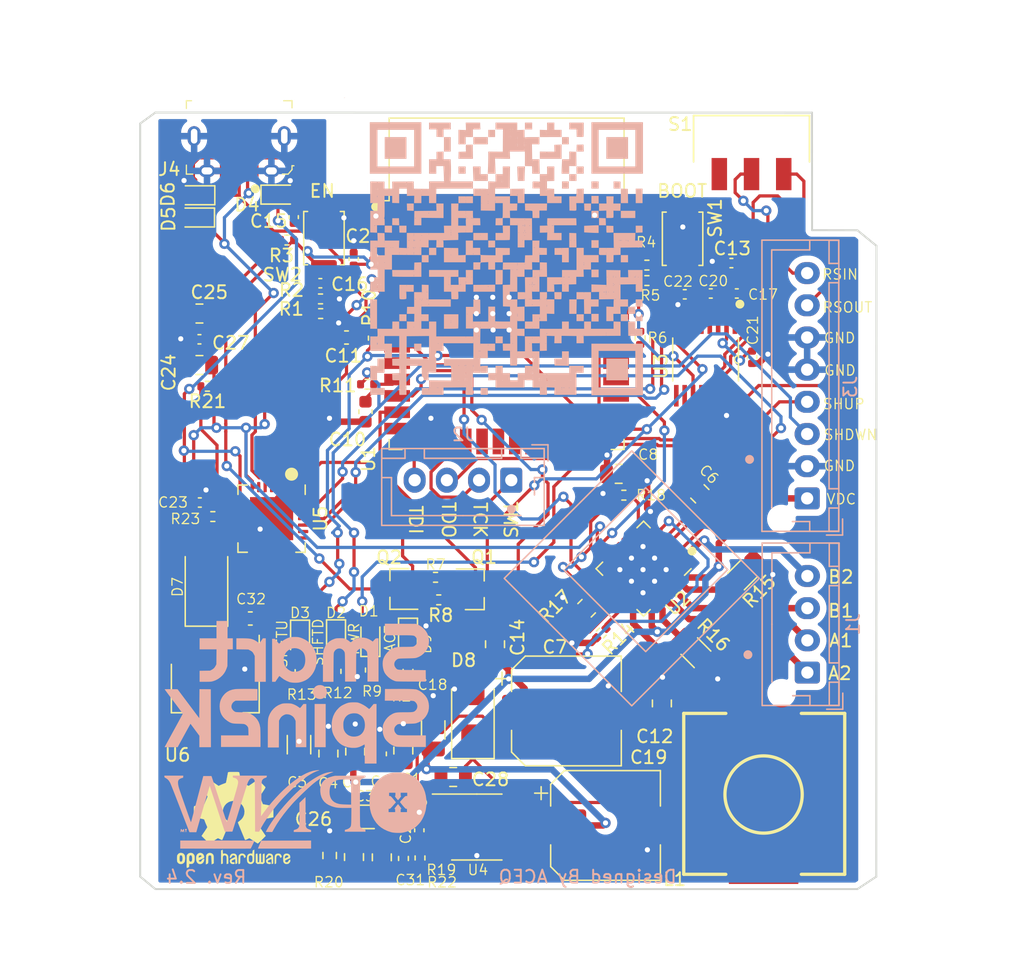
<source format=kicad_pcb>
(kicad_pcb (version 20211014) (generator pcbnew)
  (title_block (title "SmartSPin2k PCB") (date "2022-03-13") (rev "2.35") (company "GitHub") (comment 1 "Designer: Alex Quilty") (comment 2 "Owner: Anthony Doud"))
  (layers (0 "F.Cu" signal) (31 "B.Cu" signal) (34 "B.Paste" user) (35 "F.Paste" user) (36 "B.SilkS" user "B.Silkscreen") (37 "F.SilkS" user "F.Silkscreen") (38 "B.Mask" user) (39 "F.Mask" user) (44 "Edge.Cuts" user))
  (net 0 "")
  (net 1 "GND")
  (net 2 "/VDC")
  (net 3 "Net-(C10-Pad1)")
  (net 4 "/3V3")
  (net 5 "Net-(C14-Pad2)")
  (net 6 "Net-(D2-Pad2)")
  (net 7 "Net-(C17-Pad1)")
  (net 8 "Net-(C17-Pad2)")
  (net 9 "Net-(D3-Pad2)")
  (net 10 "Net-(C6-Pad2)")
  (net 11 "Net-(C6-Pad1)")
  (net 12 "/5V")
  (net 13 "/VBUS")
  (net 14 "/ShiftDown")
  (net 15 "/ShiftUp")
  (net 16 "/A1")
  (net 17 "/A2")
  (net 18 "/B1")
  (net 19 "/B2")
  (net 20 "/RS232OUT1")
  (net 21 "/RS232IN1")
  (net 22 "Net-(C11-Pad1)")
  (net 23 "/D+")
  (net 24 "/D-")
  (net 25 "/IO0_BOOT")
  (net 26 "/DTR")
  (net 27 "/EN")
  (net 28 "/RTS")
  (net 29 "/TMCUART2")
  (net 30 "/TMCUART1")
  (net 31 "/TXD0")
  (net 32 "/RXD0")
  (net 33 "Net-(C20-Pad2)")
  (net 34 "/DriverDIR")
  (net 35 "/DriverSTEP")
  (net 36 "Net-(C21-Pad1)")
  (net 37 "Net-(C26-Pad1)")
  (net 38 "Net-(C28-Pad2)")
  (net 39 "Net-(C28-Pad1)")
  (net 41 "/DriverEN")
  (net 42 "Net-(C29-Pad1)")
  (net 43 "Net-(D1-Pad2)")
  (net 44 "Net-(D1-Pad1)")
  (net 45 "Net-(D9-Pad2)")
  (net 46 "Net-(J2-Pad4)")
  (net 48 "Net-(J2-Pad3)")
  (net 49 "Net-(J2-Pad2)")
  (net 50 "Net-(J2-Pad1)")
  (net 52 "Net-(Q1-Pad1)")
  (net 53 "Net-(Q2-Pad1)")
  (net 54 "Net-(R1-Pad2)")
  (net 55 "Net-(R4-Pad1)")
  (net 56 "Net-(R5-Pad1)")
  (net 57 "Net-(R17-Pad1)")
  (net 58 "/T1IN")
  (net 59 "/R1OUT")
  (net 60 "Net-(R21-Pad2)")
  (net 61 "Net-(R23-Pad2)")
  (net 70 "/REG_5V")
  (net 71 "Net-(C22-Pad1)")
  (net 84 "Net-(C20-Pad1)")
  (net 101 "Net-(R14-Pad2)")
  (net 105 "/BRA")
  (net 106 "/BRB")
  (net 110 "Net-(U3-Pad14)")
  (footprint "Capacitor_SMD:C_0805_2012Metric" (layer "F.Cu") (at 164.7698 118.2624 -45)
    (fp_text reference "C6")
    (fp_text value "22nF(50V)")
  )
  (footprint "Resistor_SMD:R_0402_1005Metric" (layer "F.Cu") (at 160.14 106.15 90)
    (fp_text reference "R6")
    (fp_text value "1k")
  )
  (footprint "Capacitor_SMD:CP_Elec_8x10" (layer "F.Cu") (at 154.4125 135.13)
    (fp_text reference "C7")
    (fp_text value "100uF(50V)")
  )
  (footprint "LED_SMD:LED_0603_1608Metric" (layer "F.Cu") (at 133.731 129.5654 -90)
    (fp_text reference "D3")
    (fp_text value "LED_Small")
  )
  (footprint "Resistor_SMD:R_0402_1005Metric" (layer "F.Cu") (at 143.045 146.5487 90)
    (fp_text reference "R19")
    (fp_text value "549")
  )
  (footprint "Capacitor_SMD:C_0603_1608Metric" (layer "F.Cu") (at 129.87 127.95 180)
    (fp_text reference "C32")
    (fp_text value "10uF")
  )
  (footprint "Package_TO_SOT_SMD:SOT-223-3_TabPin2" (layer "F.Cu") (at 127.15 133.36 -90)
    (fp_text reference "U6")
    (fp_text value "LM1117-3.3")
  )
  (footprint "Capacitor_SMD:C_0805_2012Metric" (layer "F.Cu") (at 141.75 138.21 90)
    (fp_text reference "C1")
    (fp_text value "10uF(50V)")
  )
  (footprint "Package_SO:SOIC-8-1EP_3.9x4.9mm_P1.27mm_EP2.514x3.2mm" (layer "F.Cu") (at 147.457 144.1481)
    (fp_text reference "U4")
    (fp_text value "TPS5430DDA")
  )
  (footprint "Button_Switch_SMD:SW_Push_SPST_NO_Alps_SKRK" (layer "F.Cu") (at 135.586 98.4022 -90)
    (fp_text reference "SW2")
    (fp_text value "SW_Push")
  )
  (footprint "Diode_SMD:D_0603_1608Metric" (layer "F.Cu") (at 125.603 96.7994 180)
    (fp_text reference "D5")
    (fp_text value "D_TVS")
  )
  (footprint "Capacitor_SMD:C_0402_1005Metric" (layer "F.Cu") (at 137.8966 100.0252 90)
    (fp_text reference "C2")
    (fp_text value "0.1uF(10%)")
  )
  (footprint "Diode_SMD:D_0603_1608Metric" (layer "F.Cu") (at 132.1816 95.0214)
    (fp_text reference "D4")
    (fp_text value "D_TVS")
  )
  (footprint "Package_TO_SOT_SMD:SOT-23" (layer "F.Cu") (at 141.4692 125.6542 180)
    (fp_text reference "Q2")
    (fp_text value "S8050")
  )
  (footprint "Capacitor_SMD:C_1206_3216Metric" (layer "F.Cu") (at 144.07 136.61 90)
    (fp_text reference "C18")
    (fp_text value "4.7uF(50V)")
  )
  (footprint "Switch:SW_JS102011SAQN" (layer "F.Cu") (at 168.783 90.678 180)
    (fp_text reference "S1")
    (fp_text value "JS102011SAQN")
  )
  (footprint "Capacitor_SMD:C_1206_3216Metric" (layer "F.Cu") (at 133.65 137.75 90)
    (fp_text reference "C3")
    (fp_text value "10uF(50V)")
  )
  (footprint "Resistor_SMD:R_0402_1005Metric" (layer "F.Cu") (at 132.72 98.55)
    (fp_text reference "R3")
    (fp_text value "10k")
  )
  (footprint "Capacitor_SMD:C_0402_1005Metric" (layer "F.Cu") (at 165.62 102.7017)
    (fp_text reference "C20")
    (fp_text value "0.1uF")
  )
  (footprint "Resistor_SMD:R_0402_1005Metric" (layer "F.Cu") (at 160.66 100.5)
    (fp_text reference "R4")
    (fp_text value "0(5%)")
  )
  (footprint "Resistor_SMD:R_0805_2012Metric" (layer "F.Cu") (at 155.9814 127.1524 -135)
    (fp_text reference "R17")
    (fp_text value "20k")
  )
  (footprint "Package_DFN_QFN:QFN-28-1EP_5x5mm_P0.5mm_EP3.75x3.75mm" (layer "F.Cu") (at 160.401 124.079 -135)
    (fp_text reference "U2")
    (fp_text value "TMC2209-LA-T")
  )
  (footprint "Capacitor_SMD:C_0805_2012Metric" (layer "F.Cu") (at 145.62 140.26)
    (fp_text reference "C28")
    (fp_text value "0.01uF")
  )
  (footprint "Capacitor_SMD:CP_Elec_8x10" (layer "F.Cu") (at 157.4475 144.025)
    (fp_text reference "C19")
    (fp_text value "100uF(50V)")
  )
  (footprint "Diode_SMD:D_0603_1608Metric" (layer "F.Cu") (at 125.6284 95.0722 180)
    (fp_text reference "D6")
    (fp_text value "D_TVS")
  )
  (footprint "Capacitor_SMD:C_0805_2012Metric" (layer "F.Cu") (at 148.8694 129.9464 90)
    (fp_text reference "C14")
    (fp_text value "100nF(50V)")
  )
  (footprint "Capacitor_SMD:C_0402_1005Metric" (layer "F.Cu") (at 167.64 102.7017)
    (fp_text reference "C17")
    (fp_text value "0.1uF")
  )
  (footprint "Resistor_SMD:R_0402_1005Metric" (layer "F.Cu") (at 135.33 104.264)
    (fp_text reference "R1")
    (fp_text value "0(5%)")
  )
  (footprint "Capacitor_SMD:C_0805_2012Metric" (layer "F.Cu") (at 161.8234 134.5438 90)
    (fp_text reference "C12")
    (fp_text value "100nF(10V)")
  )
  (footprint "Capacitor_SMD:C_0402_1005Metric" (layer "F.Cu") (at 125.95 118.94)
    (fp_text reference "C23")
    (fp_text value "0.1uF")
  )
  (footprint "Capacitor_SMD:C_0402_1005Metric" (layer "F.Cu") (at 168.8275 107.6557 -90)
    (fp_text reference "C21")
    (fp_text value "0.1uF")
  )
  (footprint "LED_SMD:LED_0603_1608Metric" (layer "F.Cu") (at 139.192 129.413 90)
    (fp_text reference "D1")
    (fp_text value "LED_Small")
  )
  (footprint "Resistor_SMD:R_0402_1005Metric" (layer "F.Cu") (at 157.1244 129.0828 45)
    (fp_text reference "R14")
    (fp_text value "100k")
  )
  (footprint "digikey-footprints:USB_Micro_B_Female_10118194-0001LF" (layer "F.Cu") (at 129.0066 93.18 180)
    (fp_text reference "J4")
    (fp_text value "10118194-0001LF")
  )
  (footprint "Resistor_SMD:R_0402_1005Metric" (layer "F.Cu") (at 139.192 131.953 90)
    (fp_text reference "R9")
    (fp_text value "330")
  )
  (footprint "Resistor_SMD:R_0402_1005Metric" (layer "F.Cu") (at 126.96 120.03)
    (fp_text reference "R23")
    (fp_text value "10k")
  )
  (footprint "Resistor_SMD:R_0603_1608Metric" (layer "F.Cu") (at 136.03 146.36 90)
    (fp_text reference "R20")
    (fp_text value "5.9k")
  )
  (footprint "Capacitor_SMD:C_0805_2012Metric" (layer "F.Cu") (at 158.4706 116.713 180)
    (fp_text reference "C8")
    (fp_text value "4.7uF(6V3)")
  )
  (footprint "Capacitor_SMD:C_0805_2012Metric" (layer "F.Cu") (at 138.0162 138.2862 90)
    (fp_text reference "C5")
    (fp_text value "100nF(50V)")
  )
  (footprint "Resistor_SMD:R_0402_1005Metric" (layer "F.Cu") (at 141.76 146.59 90)
    (fp_text reference "R22")
    (fp_text value "10k")
  )
  (footprint "Resistor_SMD:R_0402_1005Metric" (layer "F.Cu") (at 126.54 109.91 180)
    (fp_text reference "R21")
    (fp_text value "4.7k")
  )
  (footprint "Resistor_SMD:R_0402_1005Metric" (layer "F.Cu") (at 136.525 132.0546 -90)
    (fp_text reference "R12")
    (fp_text value "330")
  )
  (footprint "Capacitor_SMD:C_0402_1005Metric" (layer "F.Cu") (at 133.2387 96.7696 90)
    (fp_text reference "C15")
    (fp_text value "0.1uF(10%)")
  )
  (footprint "Capacitor_SMD:C_0402_1005Metric" (layer "F.Cu") (at 142.99 144.4 90)
    (fp_text reference "C29")
    (fp_text value "0.1uF")
  )
  (footprint "RF_Module:ESP32-WROOM-32" (layer "F.Cu") (at 149.768 104.941)
    (fp_text reference "U1")
    (fp_text value "ESP32-WROOM-32D")
  )
  (footprint "Resistor_SMD:R_0402_1005Metric" (layer "F.Cu") (at 133.731 132.08 90)
    (fp_text reference "R13")
    (fp_text value "330")
  )
  (footprint "Capacitor_SMD:C_0402_1005Metric" (layer "F.Cu") (at 125.92 106.26 180)
    (fp_text reference "C27")
    (fp_text value "0.1uF")
  )
  (footprint "Diode_SMD:D_SMA" (layer "F.Cu") (at 126.4666 125.1458 90)
    (fp_text reference "D7")
    (fp_text value "D_Schottky")
  )
  (footprint "LED_SMD:LED_0603_1608Metric" (layer "F.Cu") (at 136.525 129.54 -90)
    (fp_text reference "D2")
    (fp_text value "LED_Small")
  )
  (footprint "Diode_SMD:D_SMA" (layer "F.Cu") (at 147.15 135.43 90)
    (fp_text reference "D8")
    (fp_text value "D_Schottky")
  )
  (footprint "Symbol:OSHW-Logo2_9.8x8mm_SilkScreen" (layer "F.Cu") (at 128.5748 143.5862)
    (fp_text reference "REF**" hide)
    (fp_text value "OSHW-Logo2_9.8x8mm_SilkScreen" hide)
  )
  (footprint "Capacitor_SMD:C_0402_1005Metric" (layer "F.Cu") (at 163.601 102.7657 180)
    (fp_text reference "C22")
    (fp_text value "0.1uF")
  )
  (footprint "Resistor_SMD:R_0402_1005Metric" (layer "F.Cu") (at 160.66 101.7)
    (fp_text reference "R5")
    (fp_text value "0(5%)")
  )
  (footprint "Package_TO_SOT_SMD:SOT-23" (layer "F.Cu") (at 147.2692 125.6792)
    (fp_text reference "Q1")
    (fp_text value "S8050")
  )
  (footprint "Capacitor_SMD:C_0603_1608Metric" (layer "F.Cu") (at 139.9212 138.464 90)
    (fp_text reference "C9")
    (fp_text value "1uF(50V)")
  )
  (footprint "LED_SMD:LED_0603_1608Metric" (layer "F.Cu") (at 142.113 129.413 -90)
    (fp_text reference "D9")
    (fp_text value "LED_Small")
  )
  (footprint "Capacitor_SMD:C_0603_1608Metric" (layer "F.Cu") (at 137.3378 106.1212 180)
    (fp_text reference "C11")
    (fp_text value "1uF")
  )
  (footprint "Capacitor_SMD:C_0805_2012Metric" (layer "F.Cu") (at 135.9334 138.4386 90)
    (fp_text reference "C4")
    (fp_text value "100nF(50V)")
  )
  (footprint "Resistor_SMD:R_0402_1005Metric" (layer "F.Cu") (at 158.8704 118.37 180)
    (fp_text reference "R18")
    (fp_text value "22k")
  )
  (footprint "Capacitor_SMD:C_0402_1005Metric" (layer "F.Cu") (at 135.3058 101.9048)
    (fp_text reference "C16")
    (fp_text value "2.2uF")
  )
  (footprint "MAX3232:MAX3232IPWR" (layer "F.Cu") (at 165.2175 107.8257 -90)
    (fp_text reference "U3")
    (fp_text value "MAX3232")
  )
  (footprint "Resistor_SMD:R_0402_1005Metric" (layer "F.Cu") (at 138.938 109.7534 180)
    (fp_text reference "R11")
    (fp_text value "200")
  )
  (footprint "Capacitor_SMD:C_1206_3216Metric" (layer "F.Cu") (at 138.78 143.36 180)
    (fp_text reference "C30")
    (fp_text value "100uF")
  )
  (footprint "Capacitor_SMD:C_0805_2012Metric" (layer "F.Cu") (at 140.08 146.5 90)
    (fp_text reference "C31")
    (fp_text value "1.5nF")
  )
  (footprint "Resistor_SMD:R_1206_3216Metric" (layer "F.Cu") (at 164.465 130.6068 135)
    (fp_text reference "R16")
    (fp_text value "80m")
  )
  (footprint "Capacitor_SMD:C_0805_2012Metric" (layer "F.Cu") (at 125.92 104.26 180)
    (fp_text reference "C25")
    (fp_text value "1.0uF")
  )
  (footprint "Capacitor_SMD:C_0603_1608Metric" (layer "F.Cu") (at 138.811 111.887 -90)
    (fp_text reference "C10")
    (fp_text value "1uF")
  )
  (footprint "Package_DFN_QFN:QFN-28-1EP_5x5mm_P0.5mm_EP3.35x3.35mm" (layer "F.Cu") (at 131.5212 120.1928 -90)
    (fp_text reference "U5")
    (fp_text value "INTERFACE-CP2102-GMR(QFN28)")
  )
  (footprint "Resistor_SMD:R_0402_1005Metric" (layer "F.Cu") (at 139.4206 106.172 -90)
    (fp_text reference "R10")
    (fp_text value "200")
  )
  (footprint "Capacitor_SMD:C_0805_2012Metric" (layer "F.Cu") (at 137.92 146.48 90)
    (fp_text reference "C26")
    (fp_text value "150pF")
  )
  (footprint "Resistor_SMD:R_0402_1005Metric" (layer "F.Cu") (at 135.3196 103.1228 180)
    (fp_text reference "R2")
    (fp_text value "1M")
  )
  (footprint "Resistor_SMD:R_0402_1005Metric" (layer "F.Cu") (at 144.5 126.5 180)
    (fp_text reference "R8")
    (fp_text value "10k")
  )
  (footprint "Resistor_SMD:R_0402_1005Metric" (layer "F.Cu") (at 144.25 124.75 180)
    (fp_text reference "R7")
    (fp_text value "10k")
  )
  (footprint "Resistor_SMD:R_0402_1005Metric" (layer "F.Cu") (at 142.113 132.063 -90)
    (fp_text reference "R24")
    (fp_text value "330")
  )
  (footprint "Button_Switch_SMD:SW_Push_SPST_NO_Alps_SKRK" (layer "F.Cu") (at 163.43 98.45 90)
    (fp_text reference "SW1")
    (fp_text value "SW_Push")
  )
  (footprint "Inductor_SMD_Extra:L_SXN_SMDRI127_150MT" (layer "F.Cu") (at 162.0995 141.62 90)
    (fp_text reference "L1")
    (fp_text value "15uH(Iron_Core)")
  )
  (footprint "Capacitor_SMD:C_0805_2012Metric" (layer "F.Cu") (at 125.92 108.26)
    (fp_text reference "C24")
    (fp_text value "4.7uF")
  )
  (footprint "Resistor_SMD:R_1206_3216Metric" (layer "F.Cu") (at 168.0972 124.5616 -135)
    (fp_text reference "R15")
    (fp_text value "80m")
  )
  (footprint "Capacitor_SMD:C_0402_1005Metric" (layer "F.Cu") (at 167.22 100.34 180)
    (fp_text reference "C13")
    (fp_text value "0.1uF(10%)")
  )
  (footprint "IEEE_Logo:SS2K_QR_Code_25x25mm" (layer "B.Cu") (at 149.6568 99.9998 180)
    (fp_text reference "G***")
    (fp_text value "LOGO" hide)
  )
  (footprint "Connector_JST:JST_XH_B4B-XH-AM_1x04_P2.50mm_Vertical" (layer "B.Cu") (at 173.118 132.147 90)
    (fp_text reference "J1")
    (fp_text value "B4B-XH-AMLFSN")
  )
  (footprint "Connector_JST:JST_XH_B8B-XH-AM_1x08_P2.50mm_Vertical" (layer "B.Cu") (at 173.101 118.618 90)
    (fp_text reference "J3")
    (fp_text value "B8B-XH-A_LFSN")
  )
  (footprint "Connector_JST:JST_XH_B4B-XH-AM_1x04_P2.50mm_Vertical" (layer "B.Cu") (at 150.13 117.205 180)
    (fp_text reference "J2")
    (fp_text value "B4B-XH-AMLFSN")
  )
  (footprint "IEEE_Logo:SmartSpin_ScreenPrint_One_25x25mm" (layer "B.Cu") (at 133.5532 136.6774 180)
    (fp_text reference "G***")
    (fp_text value "LOGO" hide)
  )
  (gr_circle (center 168.5036 130.7592) (end 168.789607 130.7592) (layer "B.SilkS") (width 0.12) (fill solid))
  (gr_circle (center 150.1394 119.4562) (end 150.425407 119.4562) (layer "B.SilkS") (width 0.12) (fill solid))
  (gr_poly (pts (xy 154.201919 124.156241) (xy 160.56588 117.79228) (xy 166.929841 124.156241) (xy 160.56588 130.520202)) (layer "B.SilkS") (width 0.12) (fill none))
  (gr_circle (center 168.63 115.59) (end 168.916007 115.59) (layer "B.SilkS") (width 0.12) (fill solid))
  (gr_poly (pts (xy 149.584205 124.831595) (xy 159.4837 114.9321) (xy 169.383195 124.831595) (xy 159.4837 134.73109)) (layer "B.SilkS") (width 0.12) (fill none))
  (gr_circle (center 130.2512 94.5642) (end 130.537207 94.5642) (layer "F.SilkS") (width 0.12) (fill solid))
  (gr_circle (center 164.1602 122.7074) (end 164.446207 122.7074) (layer "F.SilkS") (width 0.12) (fill solid))
  (gr_circle (center 133.0706 116.7384) (end 133.070601 116.7384) (layer "F.SilkS") (width 0.508) (fill none))
  (gr_circle (center 139.646 96.305) (end 139.646 96.305) (layer "F.SilkS") (width 0.12) (fill none))
  (gr_circle (center 143.25 142.24) (end 143.536007 142.24) (layer "F.SilkS") (width 0.12) (fill solid))
  (gr_circle (center 139.5984 95.9612) (end 139.884407 95.9612) (layer "F.SilkS") (width 0.12) (fill solid))
  (gr_circle (center 167.88 103.53) (end 168.166007 103.53) (layer "F.SilkS") (width 0.12) (fill solid))
  (gr_line (start 122.5 148.97) (end 177 148.97) (layer "Edge.Cuts") (width 0.15))
  (gr_line (start 173.484 97.783113) (end 173.48 88.652888) (layer "Edge.Cuts") (width 0.15))
  (gr_line (start 178.47 148) (end 177 148.97) (layer "Edge.Cuts") (width 0.15))
  (gr_line (start 173.48 88.652888) (end 122.5 88.645) (layer "Edge.Cuts") (width 0.15))
  (gr_line (start 121.32 89.5) (end 121.32 148) (layer "Edge.Cuts") (width 0.15))
  (gr_line (start 173.484 97.783113) (end 177 97.79) (layer "Edge.Cuts") (width 0.15))
  (gr_line (start 122.5 148.97) (end 121.32 148) (layer "Edge.Cuts") (width 0.15))
  (gr_line (start 177 97.79) (end 178.4826 99) (layer "Edge.Cuts") (width 0.15))
  (gr_line (start 178.4826 99) (end 178.47 148) (layer "Edge.Cuts") (width 0.15))
  (gr_line (start 122.5 88.645) (end 121.32 89.5) (layer "Edge.Cuts") (width 0.15))
  (gr_text "Designed By ACEQ" (at 156.06 148.01) (layer "B.SilkS") (effects (font (size 1 1)) (justify mirror)))
  (gr_text "Rev. 2.4" (at 126.4412 148.0312) (layer "B.SilkS") (effects (font (size 1 1)) (justify mirror)))
  (gr_text "TDO" (at 145.26 120.29 270) (layer "F.SilkS") (effects (font (size 1 1))))
  (gr_text "BOOT" (at 163.3982 94.742) (layer "F.SilkS") (effects (font (size 1 1))))
  (gr_text "RSIN" (at 175.656 101.218) (layer "F.SilkS") (effects (font (size 0.8 0.8) (thickness 0.1))))
  (gr_text "A1" (at 175.7172 129.667) (layer "F.SilkS") (effects (font (size 1 1))))
  (gr_text "GND" (at 175.606 116.088) (layer "F.SilkS") (effects (font (size 0.8 0.8) (thickness 0.1))))
  (gr_text "SHUP" (at 175.946 111.288) (layer "F.SilkS") (effects (font (size 0.8 0.8) (thickness 0.1))))
  (gr_text "EN" (at 135.4582 94.742) (layer "F.SilkS") (effects (font (size 1 1))))
  (gr_text "TMS" (at 150.05 120.29 270) (layer "F.SilkS") (effects (font (size 1 1))))
  (gr_text "VDC" (at 175.756 118.678) (layer "F.SilkS") (effects (font (size 0.8 0.8) (thickness 0.1))))
  (gr_text "ACT" (at 140.716 129.54 90) (layer "F.SilkS") (effects (font (size 0.8 0.8) (thickness 0.1))))
  (gr_text "B2" (at 175.7172 124.7224) (layer "F.SilkS") (effects (font (size 1 1))))
  (gr_text "TCK" (at 147.71 120.29 270) (layer "F.SilkS") (effects (font (size 1 1))))
  (gr_text "SHFTD" (at 135.128 129.794 90) (layer "F.SilkS") (effects (font (size 0.8 0.8) (thickness 0.1))))
  (gr_text "RSOUT" (at 176.2304 103.778) (layer "F.SilkS") (effects (font (size 0.8 0.8) (thickness 0.1))))
  (gr_text "SHFTU" (at 132.334 129.921 90) (layer "F.SilkS") (effects (font (size 0.8 0.8) (thickness 0.1))))
  (gr_text "PWR" (at 137.922 129.54 90) (layer "F.SilkS") (effects (font (size 0.8 0.8) (thickness 0.1))))
  (gr_text "SHDWN" (at 176.466 113.678) (layer "F.SilkS") (effects (font (size 0.8 0.8) (thickness 0.1))))
  (gr_text "A2" (at 175.641 132.207) (layer "F.SilkS") (effects (font (size 1 1))))
  (gr_text "GND" (at 175.656 108.678) (layer "F.SilkS") (effects (font (size 0.8 0.8) (thickness 0.1))))
  (gr_text "B1" (at 175.7172 127.3524) (layer "F.SilkS") (effects (font (size 1 1))))
  (gr_text "GND" (at 175.626 106.158) (layer "F.SilkS") (effects (font (size 0.8 0.8) (thickness 0.1))))
  (gr_text "TDI" (at 142.71 120.29 270) (layer "F.SilkS") (effects (font (size 1 1))))
  (segment (start 158.561 123.5852) (end 158.020656 123.044856) (width 0.25) (layer "F.Cu") (net 1))
  (segment (start 129.45 130.138) (end 130.645 128.943) (width 0.5) (layer "F.Cu") (net 1))
  (segment (start 166.74 100.34) (end 165.872 100.34) (width 0.5) (layer "F.Cu") (net 1))
  (segment (start 141.75 136.1188) (end 141.75 137.26) (width 0.5) (layer "F.Cu") (net 1))
  (segment (start 157.6625 133.1819) (end 157.6625 135.13) (width 0.5) (layer "F.Cu") (net 1))
  (segment (start 163.43 96.35) (end 163.43 97.517) (width 0.5) (layer "F.Cu") (net 1))
  (segment (start 132.0212 118.5933) (end 132.0212 117.7428) (width 0.2502) (layer "F.Cu") (net 1))
  (segment (start 169.425256 123.527456) (end 170.434 124.5362) (width 0.5) (layer "F.Cu") (net 1))
  (segment (start 143.4085 128.6255) (end 143.51 128.524) (width 0.5) (layer "F.Cu") (net 1))
  (segment (start 156.6038 96.6227) (end 156.7546 96.6227) (width 0.5) (layer "F.Cu") (net 1))
  (segment (start 157.5632 116.6704) (end 157.5206 116.713) (width 0.5) (layer "F.Cu") (net 1))
  (segment (start 130.6322 121.0056) (end 132.0212 119.6166) (width 0.5) (layer "F.Cu") (net 1))
  (segment (start 165.4991 131.984) (end 165.4991 131.6409) (width 0.5) (layer "F.Cu") (net 1))
  (segment (start 129.4384 131.8768) (end 129.45 131.8652) (width 0.5) (layer "F.Cu") (net 1))
  (segment (start 132.0212 119.6166) (end 132.0212 118.5933) (width 0.5) (layer "F.Cu") (net 1))
  (segment (start 169.3339 108.1357) (end 170.053 107.4166) (width 0.5) (layer "F.Cu") (net 1))
  (segment (start 161.8742 132.5118) (end 161.8234 132.5626) (width 0.5) (layer "F.Cu") (net 1))
  (segment (start 130.645 128.943) (end 130.645 127.95) (width 0.5) (layer "F.Cu") (net 1))
  (segment (start 168.8275 108.1357) (end 169.3339 108.1357) (width 0.5) (layer "F.Cu") (net 1))
  (segment (start 124.7234 94.9547) (end 124.8409 95.0722) (width 0.5) (layer "F.Cu") (net 1))
  (segment (start 136.1086 96.8248) (end 135.586 96.3022) (width 0.5) (layer "F.Cu") (net 1))
  (segment (start 129.45 130.21) (end 129.45 130.138) (width 0.5) (layer "F.Cu") (net 1))
  (segment (start 138.811 112.662) (end 136.284 112.662) (width 0.5) (layer "F.Cu") (net 1))
  (segment (start 136.5628 106.1212) (end 136.5628 105.1539) (width 0.5) (layer "F.Cu") (net 1))
  (segment (start 126.5066 93.18) (end 127.7063 93.18) (width 0.5) (layer "F.Cu") (net 1))
  (segment (start 126.45 118.96) (end 126.45 120.03) (width 0.5) (layer "F.Cu") (net 1))
  (segment (start 133.65 137.4854) (end 133.65 136.275) (width 0.5) (layer "F.Cu") (net 1))
  (segment (start 155.336165 127.797635) (end 155.336165 127.523165) (width 0.5) (layer "F.Cu") (net 1))
  (segment (start 157.5632 115.249) (end 157.5632 116.6704) (width 0.5) (layer "F.Cu") (net 1))
  (segment (start 124.97 106.26) (end 124.97 106.222) (width 0.5) (layer "F.Cu") (net 1))
  (segment (start 157.5206 116.713) (end 157.5206 117.9678) (width 0.5) (layer "F.Cu") (net 1))
  (segment (start 147.457 144.1481) (end 147.457 144.7831) (width 0.5) (layer "F.Cu") (net 1))
  (segment (start 124.97 106.222) (end 124.97 104.26) (width 0.5) (layer "F.Cu") (net 1))
  (segment (start 139.9212 136.5564) (end 139.9212 137.689) (width 0.5) (layer "F.Cu") (net 1))
  (segment (start 124.97 108.26) (end 124.97 106.26) (width 0.5) (layer "F.Cu") (net 1))
  (segment (start 135.9334 136.3219) (end 135.9334 137.4886) (width 0.5) (layer "F.Cu") (net 1))
  (segment (start 145.7236 133.43) (end 147.15 133.43) (width 0.5) (layer "F.Cu") (net 1))
  (segment (start 126.43 118.94) (end 126.45 118.96) (width 0.5) (layer "F.Cu") (net 1))
  (segment (start 135.8296 103.1228) (end 135.8296 101.9486) (width 0.5) (layer "F.Cu") (net 1))
  (segment (start 136.03 144.4402) (end 136.03 145.535) (width 0.5) (layer "F.Cu") (net 1))
  (segment (start 136.5628 105.1539) (end 136.7282 104.9885) (width 0.5) (layer "F.Cu") (net 1))
  (segment (start 137.305 143.7968) (end 137.305 143.36) (width 0.5) (layer "F.Cu") (net 1))
  (segment (start 142.113 128.6255) (end 143.4085 128.6255) (width 0.5) (layer "F.Cu") (net 1))
  (segment (start 161.2829 123.2839) (end 161.9032 123.2839) (width 0.5) (layer "F.Cu") (net 1))
  (segment (start 124.7234 93.9281) (end 124.7234 94.9547) (width 0.5) (layer "F.Cu") (net 1))
  (segment (start 136.7889 103.1228) (end 135.8296 103.1228) (width 0.5) (layer "F.Cu") (net 1))
  (segment (start 139.6213 96.686) (end 141.268 96.686) (width 0.5) (layer "F.Cu") (net 1))
  (segment (start 126.43 117.9655) (end 126.43 118.94) (width 0.5) (layer "F.Cu") (net 1))
  (segment (start 130.7084 121.0056) (end 130.6322 121.0056) (width 0.5) (layer "F.Cu") (net 1))
  (segment (start 166.8425 112.1785) (end 166.8425 110.6451) (width 0.5) (layer "F.Cu") (net 1))
  (segment (start 147.457 144.7831) (end 147.457 146.3633) (width 0.5) (layer "F.Cu") (net 1))
  (segment (start 144.07 135.135) (end 144.07 133.9451) (width 0.5) (layer "F.Cu") (net 1))
  (segment (start 136.6616 144.4402) (end 137.305 143.7968) (width 0.5) (layer "F.Cu") (net 1))
  (segment (start 139.192 132.463) (end 138.178 132.463) (width 0.5) (layer "F.Cu") (net 1))
  (segment (start 161.256 123.257) (end 161.2829 123.2839) (width 0.5) (layer "F.Cu") (net 1))
  (segment (start 157.5206 117.9678) (end 157.2514 118.237) (width 0.5) (layer "F.Cu") (net 1))
  (segment (start 155.336165 127.523165) (end 154.1272 126.3142) (width 0.5) (layer "F.Cu") (net 1))
  (segment (start 124.4686 106.222) (end 124.97 106.222) (width 0.5) (layer "F.Cu") (net 1))
  (segment (start 131.5212 120.1928) (end 130.7084 121.0056) (width 0.5) (layer "F.Cu") (net 1))
  (segment (start 137.92 143.975) (end 137.92 145.53) (width 0.5) (layer "F.Cu") (net 1))
  (segment (start 160.6975 145.9171) (end 160.6975 144.025) (width 0.5) (layer "F.Cu") (net 1))
  (segment (start 163.121 102.7657) (end 163.121 103.515598) (width 0.5) (layer "F.Cu") (net 1))
  (segment (start 158.268 96.686) (end 156.8179 96.686) (width 0.5) (layer "F.Cu") (net 1))
  (segment (start 158.561 124.155) (end 158.561 123.5852) (width 0.5) (layer "F.Cu") (net 1))
  (segment (start 160.358 124.155) (end 160.401 124.112) (width 0.5) (layer "F.Cu") (net 1))
  (segment (start 135.8296 101.9486) (end 135.7858 101.9048) (width 0.5) (layer "F.Cu") (net 1))
  (segment (start 136.03 144.4402) (end 136.6616 144.4402) (width 0.5) (layer "F.Cu") (net 1))
  (segment (start 154.8384 129.8448) (end 156.3624 129.8448) (width 0.5) (layer "F.Cu") (net 1))
  (segment (start 163.43 97.517) (end 163.449 97.536) (width 0.5) (layer "F.Cu") (net 1))
  (segment (start 127.7063 93.18) (end 127.7066 93.18) (width 0.3998) (layer "F.Cu") (net 1))
  (segment (start 133.2387 96.2896) (end 132.9691 96.02) (width 0.5) (layer "F.Cu") (net 1))
  (segment (start 138.178 132.463) (end 138.176 132.461) (width 0.5) (layer "F.Cu") (net 1))
  (segment (start 132.9691 95.0214) (end 132.9691 93.9371) (width 0.5) (layer "F.Cu") (net 1))
  (segment (start 137.305 143.36) (end 137.92 143.975) (width 0.5) (layer "F.Cu") (net 1))
  (segment (start 161.8234 132.5626) (end 161.8234 133.5938) (width 0.5) (layer "F.Cu") (net 1))
  (segment (start 159.2523 125.2277) (end 158.6597 125.8203) (width 0.2502) (layer "F.Cu") (net 1))
  (segment (start 142.99 143.92) (end 142.99 143.0003) (width 0.5) (layer "F.Cu") (net 1))
  (segment (start 145.7198 133.4262) (end 145.7236 133.43) (width 0.5) (layer "F.Cu") (net 1))
  (segment (start 144.053 112.557) (end 144.053 114.196) (width 0.5) (layer "F.Cu") (net 1))
  (segment (start 129.45 131.8652) (end 129.45 130.21) (width 0.5) (layer "F.Cu") (net 1))
  (segment (start 148.692 104.267) (end 148.768 104.191) (width 0.5) (layer "F.Cu") (net 1))
  (segment (start 132.9691 96.02) (end 132.9691 95.0214) (width 0.5) (layer "F.Cu") (net 1))
  (segment (start 166.1562 132.6411) (end 165.4991 131.984) (width 0.5) (layer "F.Cu") (net 1))
  (segment (start 160.9344 119.634) (end 160.6804 119.38) (width 0.5) (layer "F.Cu") (net 1))
  (segment (start 161.9032 123.2839) (end 162.4958 122.6913) (width 0.2502) (layer "F.Cu") (net 1))
  (segment (start 138.0162 136.1464) (end 138.0162 137.3362) (width 0.5) (layer "F.Cu") (net 1))
  (segment (start 136.284 112.662) (end 136.017 112.395) (width 0.5) (layer "F.Cu") (net 1))
  (segment (start 163.121 103.515598) (end 163.068 103.568598) (width 0.5) (layer "F.Cu") (net 1))
  (segment (start 156.7546 96.6227) (end 156.8179 96.686) (width 0.5) (layer "F.Cu") (net 1))
  (segment (start 159.427 125.053) (end 159.2523 125.2277) (width 0.5) (layer "F.Cu") (net 1))
  (segment (start 169.131344 123.527456) (end 169.425256 123.527456) (width 0.5) (layer "F.Cu") (net 1))
  (segment (start 133.6548 137.4902) (end 133.65 137.4854) (width 0.5) (layer "F.Cu") (net 1))
  (segment (start 147.457 144.7831) (end 150.0945 144.7831) (width 0.5) (layer "F.Cu") (net 1))
  (segment (start 165.872 100.34) (end 165.735 100.203) (width 0.5) (layer "F.Cu") (net 1))
  (segment (start 160.401 124.112) (end 160.401 124.079) (width 0.5) (layer "F.Cu") (net 1))
  (segment (start 124.8409 96.774) (end 124.8409 95.0722) (width 0.5) (layer "F.Cu") (net 1))
  (segment (start 143.891 112.395) (end 144.053 112.557) (width 0.5) (layer "F.Cu") (net 1))
  (segment (start 159.46 125.053) (end 159.427 125.053) (width 0.5) (layer "F.Cu") (net 1))
  (segment (start 137.1346 96.8248) (end 136.1086 96.8248) (width 0.5) (layer "F.Cu") (net 1))
  (segment (start 124.8155 96.7994) (end 124.8409 96.774) (width 0.5) (layer "F.Cu") (net 1))
  (segment (start 158.020656 123.044856) (end 157.952643 123.044856) (width 0.25) (layer "F.Cu") (net 1))
  (segment (start 160.6804 119.38) (end 160.6804 117.2464) (width 0.5) (layer "F.Cu") (net 1))
  (segment (start 125.44 106.26) (end 124.97 106.26) (width 0.5) (layer "F.Cu") (net 1))
  (segment (start 137.8966 98.6028) (end 137.8966 99.5452) (width 0.5) (layer "F.Cu") (net 1))
  (segment (start 148.768 104.191) (end 148.768 104.186) (width 0.5) (layer "F.Cu") (net 1))
  (segment (start 156.3624 129.8448) (end 156.7638 129.4434) (width 0.5) (layer "F.Cu") (net 1))
  (via (at 149.962 104.267) (size 0.8) (drill 0.4) (layers "F.Cu" "B.Cu") (net 1))
  (via (at 126.43 117.9655) (size 0.8) (drill 0.4) (layers "F.Cu" "B.Cu") (net 1))
  (via (at 165.735 100.203) (size 0.8) (drill 0.4) (layers "F.Cu" "B.Cu") (net 1))
  (via (at 147.422 105.537) (size 0.8) (drill 0.4) (layers "F.Cu" "B.Cu") (net 1))
  (via (at 160.358 122.359) (size 0.8) (drill 0.4) (layers "F.Cu" "B.Cu") (net 1))
  (via (at 157.5632 115.249) (size 0.8) (drill 0.4) (layers "F.Cu" "B.Cu") (net 1))
  (via (at 148.717 105.537) (size 0.8) (drill 0.4) (layers "F.Cu" "B.Cu") (net 1))
  (via (at 137.8966 98.6028) (size 0.8) (drill 0.4) (layers "F.Cu" "B.Cu") (net 1))
  (via (at 157.6625 133.1819) (size 0.8) (drill 0.4) (layers "F.Cu" "B.Cu") (net 1))
  (via (at 161.8742 132.5118) (size 0.8) (drill 0.4) (layers "F.Cu" "B.Cu") (net 1))
  (via (at 160.9344 119.634) (size 0.8) (drill 0.4) (layers "F.Cu" "B.Cu") (net 1))
  (via (at 147.422 102.997) (size 0.8) (drill 0.4) (layers "F.Cu" "B.Cu") (net 1))
  (via (at 160.358 124.155) (size 0.8) (drill 0.4) (layers "F.Cu" "B.Cu") (net 1))
  (via (at 170.434 124.5362) (size 0.8) (drill 0.4) (layers "F.Cu" "B.Cu") (net 1))
  (via (at 160.358 125.951) (size 0.8) (drill 0.4) (layers "F.Cu" "B.Cu") (net 1))
  (via (at 143.891 112.395) (size 0.8) (drill 0.4) (layers "F.Cu" "B.Cu") (net 1))
  (via (at 148.692 102.997) (size 0.8) (drill 0.4) (layers "F.Cu" "B.Cu") (net 1))
  (via (at 139.6213 96.686) (size 0.8) (drill 0.4) (layers "F.Cu" "B.Cu") (net 1))
  (via (at 135.9334 136.3219) (size 0.8) (drill 0.4) (layers "F.Cu" "B.Cu") (net 1))
  (via (at 124.7234 93.9281) (size 0.8) (drill 0.4) (layers "F.Cu" "B.Cu") (net 1))
  (via (at 159.46 123.257) (size 0.8) (drill 0.4) (layers "F.Cu" "B.Cu") (net 1))
  (via (at 132.9691 93.9371) (size 0.8) (drill 0.4) (layers "F.Cu" "B.Cu") (net 1))
  (via (at 161.256 123.257) (size 0.8) (drill 0.4) (layers "F.Cu" "B.Cu") (net 1))
  (via (at 158.561 124.155) (size 0.8) (drill 0.4) (layers "F.Cu" "B.Cu") (net 1))
  (via (at 162.154 124.155) (size 0.8) (drill 0.4) (layers "F.Cu" "B.Cu") (net 1))
  (via (at 159.46 125.053) (size 0.8) (drill 0.4) (layers "F.Cu" "B.Cu") (net 1))
  (via (at 166.8425 112.1785) (size 0.8) (drill 0.4) (layers "F.Cu" "B.Cu") (net 1))
  (via (at 144.07 133.9451) (size 0.8) (drill 0.4) (layers "F.Cu" "B.Cu") (net 1))
  (via (at 157.2514 118.237) (size 0.8) (drill 0.4) (layers "F.Cu" "B.Cu") (net 1))
  (via (at 129.4384 131.8768) (size 0.8) (drill 0.4) (layers "F.Cu" "B.Cu") (net 1))
  (via (at 163.068 103.568598) (size 0.8) (drill 0.4) (layers "F.Cu" "B.Cu") (net 1))
  (via (at 124.4686 106.222) (size 0.8) (drill 0.4) (layers "F.Cu" "B.Cu") (net 1))
  (via (at 163.449 97.536) (size 0.8) (drill 0.4) (layers "F.Cu" "B.Cu") (net 1))
  (via (at 143.51 128.524) (size 0.8) (drill 0.4) (layers "F.Cu" "B.Cu") (net 1))
  (via (at 149.962 102.997) (size 0.8) (drill 0.4) (layers "F.Cu" "B.Cu") (net 1))
  (via (at 138.176 132.461) (size 0.8) (drill 0.4) (layers "F.Cu" "B.Cu") (net 1))
  (via (at 138.0162 136.1464) (size 0.8) (drill 0.4) (layers "F.Cu" "B.Cu") (net 1))
  (via (at 156.6038 96.6227) (size 0.8) (drill 0.4) (layers "F.Cu" "B.Cu") (net 1))
  (via (at 136.017 112.395) (size 0.8) (drill 0.4) (layers "F.Cu" "B.Cu") (net 1))
  (via (at 160.6804 117.2464) (size 0.8) (drill 0.4) (layers "F.Cu" "B.Cu") (net 1))
  (via (at 139.9212 136.5564) (size 0.8) (drill 0.4) (layers "F.Cu" "B.Cu") (net 1))
  (via (at 166.1562 132.6411) (size 0.8) (drill 0.4) (layers "F.Cu" "B.Cu") (net 1))
  (via (at 148.692 104.267) (size 0.8) (drill 0.4) (layers "F.Cu" "B.Cu") (net 1))
  (via (at 161.256 125.053) (size 0.8) (drill 0.4) (layers "F.Cu" "B.Cu") (net 1))
  (via (at 149.962 105.537) (size 0.8) (drill 0.4) (layers "F.Cu" "B.Cu") (net 1))
  (via (at 147.422 104.267) (size 0.8) (drill 0.4) (layers "F.Cu" "B.Cu") (net 1))
  (via (at 154.1272 126.3142) (size 0.8) (drill 0.4) (layers "F.Cu" "B.Cu") (net 1))
  (via (at 136.03 144.4402) (size 0.8) (drill 0.4) (layers "F.Cu" "B.Cu") (net 1))
  (via (at 130.6322 121.0056) (size 0.8) (drill 0.4) (layers "F.Cu" "B.Cu") (net 1))
  (via (at 141.75 136.1188) (size 0.8) (drill 0.4) (layers "F.Cu" "B.Cu") (net 1))
  (via (at 142.99 143.0003) (size 0.8) (drill 0.4) (layers "F.Cu" "B.Cu") (net 1))
  (via (at 154.8384 129.8448) (size 0.8) (drill 0.4) (layers "F.Cu" "B.Cu") (net 1))
  (via (at 160.6975 145.9171) (size 0.8) (drill 0.4) (layers "F.Cu" "B.Cu") (net 1))
  (via (at 136.7889 103.1228) (size 0.8) (drill 0.4) (layers "F.Cu" "B.Cu") (net 1))
  (via (at 170.053 107.4166) (size 0.8) (drill 0.4) (layers "F.Cu" "B.Cu") (net 1))
  (via (at 136.7282 104.9885) (size 0.8) (drill 0.4) (layers "F.Cu" "B.Cu") (net 1))
  (via (at 133.6548 137.4902) (size 0.8) (drill 0.4) (layers "F.Cu" "B.Cu") (net 1))
  (via (at 137.1346 96.8248) (size 0.8) (drill 0.4) (layers "F.Cu" "B.Cu") (net 1))
  (via (at 145.7198 133.4262) (size 0.8) (drill 0.4) (layers "F.Cu" "B.Cu") (net 1))
  (via (at 147.457 146.3633) (size 0.8) (drill 0.4) (layers "F.Cu" "B.Cu") (net 1))
  (segment (start 160.358 122.359) (end 160.358 120.2104) (width 0.5) (layer "B.Cu") (net 1))
  (segment (start 160.358 120.2104) (end 160.9344 119.634) (width 0.5) (layer "B.Cu") (net 1))
  (segment (start 151.899 144.025) (end 154.1975 144.025) (width 0.5) (layer "F.Cu") (net 2))
  (segment (start 151.1625 133.3825) (end 151.1625 135.13) (width 0.5) (layer "F.Cu") (net 2))
  (segment (start 138.0162 139.2362) (end 138.019 139.239) (width 0.5) (layer "F.Cu") (net 2))
  (segment (start 138.019 139.239) (end 139.9212 139.239) (width 0.5) (layer "F.Cu") (net 2))
  (segment (start 137.8638 139.3886) (end 138.0162 139.2362) (width 0.5) (layer "F.Cu") (net 2))
  (segment (start 150.0945 143.5131) (end 151.3871 143.5131) (width 0.5) (layer "F.Cu") (net 2))
  (segment (start 157.2502 144.025) (end 157.4476 143.8276) (width 0.5) (layer "F.Cu") (net 2))
  (segment (start 135.7698 139.225) (end 135.9334 139.3886) (width 0.5) (layer "F.Cu") (net 2))
  (segment (start 143.5491 138.6059) (end 144.07 138.085) (width 0.5) (layer "F.Cu") (net 2))
  (segment (start 154.1975 144.025) (end 157.2502 144.025) (width 0.5) (layer "F.Cu") (net 2))
  (segment (start 169.717 118.618) (end 173.101 118.618) (width 0.5) (layer "F.Cu") (net 2))
  (segment (start 161.4678 128.9812) (end 161.036 128.5494) (width 0.5) (layer "F.Cu") (net 2))
  (segment (start 150.4182 132.6382) (end 151.1625 133.3825) (width 0.5) (layer "F.Cu") (net 2))
  (segment (start 143.5491 139.6492) (end 143.5491 138.6059) (width 0.5) (layer "F.Cu") (net 2))
  (segment (start 166.243 123.9012) (end 166.243 122.092) (width 0.5) (layer "F.Cu") (net 2))
  (segment (start 141.671 139.239) (end 141.75 139.16) (width 0.5) (layer "F.Cu") (net 2))
  (segment (start 163.3422 124.7596) (end 163.2029 124.7596) (width 0.2502) (layer "F.Cu") (net 2))
  (segment (start 149.9318 132.6382) (end 150.4182 132.6382) (width 0.5) (layer "F.Cu") (net 2))
  (segment (start 166.243 122.092) (end 169.717 118.618) (width 0.5) (layer "F.Cu") (net 2))
  (segment (start 149.9318 131.9588) (end 149.9318 132.6382) (width 0.5) (layer "F.Cu") (net 2))
  (segment (start 148.8694 130.8964) (end 149.9318 131.9588) (width 0.5) (layer "F.Cu") (net 2))
  (segment (start 163.3474 124.7648) (end 163.3422 124.7596) (width 0.2502) (layer "F.Cu") (net 2))
  (segment (start 137.8638 139.3886) (end 137.8638 140.464) (width 0.5) (layer "F.Cu") (net 2))
  (segment (start 166.243 123.9012) (end 165.3794 124.7648) (width 0.5) (layer "F.Cu") (net 2))
  (segment (start 161.036 128.5494) (end 161.036 126.9492) (width 0.5) (layer "F.Cu") (net 2))
  (segment (start 137.8638 140.464) (end 138.0524 140.6526) (width 0.5) (layer "F.Cu") (net 2))
  (segment (start 133.65 139.225) (end 135.7698 139.225) (width 0.5) (layer "F.Cu") (net 2))
  (segment (start 151.3871 143.5131) (end 151.899 144.025) (width 0.5) (layer "F.Cu") (net 2))
  (segment (start 161.036 126.9492) (end 161.036 126.9265) (width 0.2502) (layer "F.Cu") (net 2))
  (segment (start 139.9212 139.239) (end 141.671 139.239) (width 0.5) (layer "F.Cu") (net 2))
  (segment (start 161.036 126.9265) (end 161.0816 126.8809) (width 0.2502) (layer "F.Cu") (net 2))
  (segment (start 135.9334 139.3886) (end 137.8638 139.3886) (width 0.5) (layer "F.Cu") (net 2))
  (segment (start 165.3794 124.7648) (end 163.3474 124.7648) (width 0.5) (layer "F.Cu") (net 2))
  (via (at 161.4678 128.9812) (size 0.8) (drill 0.4) (layers "F.Cu" "B.Cu") (net 2))
  (via (at 138.0524 140.6526) (size 0.8) (drill 0.4) (layers "F.Cu" "B.Cu") (net 2))
  (via (at 149.9318 132.6382) (size 0.8) (drill 0.4) (layers "F.Cu" "B.Cu") (net 2))
  (via (at 157.4476 143.8276) (size 0.8) (drill 0.4) (layers "F.Cu" "B.Cu") (net 2))
  (via (at 166.243 123.9012) (size 0.8) (drill 0.4) (layers "F.Cu" "B.Cu") (net 2))
  (via (at 143.5491 139.6492) (size 0.8) (drill 0.4) (layers "F.Cu" "B.Cu") (net 2))
  (segment (start 161.4678 128.9812) (end 159.8229 128.9812) (width 0.5) (layer "B.Cu") (net 2))
  (segment (start 138.0524 140.6526) (end 141.9174 140.6526) (width 0.5) (layer "B.Cu") (net 2))
  (segment (start 143.2321 139.3379) (end 149.9318 132.6382) (width 0.5) (layer "B.Cu") (net 2))
  (segment (start 143.5491 139.6492) (end 143.5631 139.6632) (width 0.5) (layer "B.Cu") (net 2))
  (segment (start 165.2016 124.9426) (end 165.2016 126.0094) (width 0.5) (layer "B.Cu") (net 2))
  (segment (start 166.243 123.9012) (end 165.2016 124.9426) (width 0.5) (layer "B.Cu") (net 2))
  (segment (start 141.9174 140.6526) (end 143.2321 139.3379) (width 0.5) (layer "B.Cu") (net 2))
  (segment (start 143.5631 139.6632) (end 153.2832 139.6632) (width 0.5) (layer "B.Cu") (net 2))
  (segment (start 153.2832 139.6632) (end 157.4476 143.8276) (width 0.5) (layer "B.Cu") (net 2))
  (segment (start 162.2298 128.9812) (end 161.4678 128.9812) (width 0.5) (layer "B.Cu") (net 2))
  (segment (start 165.2016 126.0094) (end 162.2298 128.9812) (width 0.5) (layer "B.Cu") (net 2))
  (segment (start 159.8229 128.9812) (end 156.1659 132.6382) (width 0.5) (layer "B.Cu") (net 2))
  (segment (start 156.1659 132.6382) (end 149.9318 132.6382) (width 0.5) (layer "B.Cu") (net 2))
  (segment (start 143.5491 139.6492) (end 143.5434 139.6492) (width 0.5) (layer "B.Cu") (net 2))
  (segment (start 143.5434 139.6492) (end 143.2321 139.3379) (width 0.5) (layer "B.Cu") (net 2))
  (segment (start 138.811 111.112) (end 138.811 110.871) (width 0.25) (layer "F.Cu") (net 3))
  (segment (start 139.448 109.7534) (end 140.9006 109.7534) (width 0.25) (layer "F.Cu") (net 3))
  (segment (start 139.448 110.234) (end 139.448 109.7534) (width 0.25) (layer "F.Cu") (net 3))
  (segment (start 140.9006 109.7534) (end 141.268 109.386) (width 0.25) (layer "F.Cu") (net 3))
  (segment (start 138.811 110.871) (end 139.448 110.234) (width 0.25) (layer "F.Cu") (net 3))
  (segment (start 140.261 133.48) (end 136.909 133.48) (width 0.25) (layer "F.Cu") (net 4))
  (segment (start 168.5517 110.6451) (end 169.3418 109.855) (width 0.25) (layer "F.Cu") (net 4))
  (segment (start 147.8788 135.5344) (end 146.0431 135.5344) (width 0.25) (layer "F.Cu") (net 4))
  (segment (start 133.731 133.477) (end 133.734 133.48) (width 0.25) (layer "F.Cu") (net 4))
  (segment (start 131.75 133.48) (end 129.3751 133.48) (width 0.25) (layer "F.Cu") (net 4))
  (segment (start 142.8246 141.8078) (end 142.8246 136.0436) (width 0.25) (layer "F.Cu") (net 4))
  (segment (start 125.4746 118.9354) (end 125.47 118.94) (width 0.25) (layer "F.Cu") (net 4))
  (segment (start 125.4746 113.7079) (end 125.4746 118.9354) (width 0.25) (layer "F.Cu") (net 4))
  (segment (start 134.82 104.264) (end 132.540721 104.264) (width 0.25) (layer "F.Cu") (net 4))
  (segment (start 140.255 145.4625) (end 141.1425 145.4625) (width 0.25) (layer "F.Cu") (net 4))
  (segment (start 136.525 132.5646) (end 136.525 133.477) (width 0.25) (layer "F.Cu") (net 4))
  (segment (start 127.15 130.21) (end 128.2954 130.21) (width 0.25) (layer "F.Cu") (net 4))
  (segment (start 140.08 145.55) (end 140.1675 145.4625) (width 0.25) (layer "F.Cu") (net 4))
  (segment (start 130.9843 112.8522) (end 130.9843 110.8765) (width 0.25) (layer "F.Cu") (net 4))
  (segment (start 142.113 132.573) (end 141.168 132.573) (width 0.25) (layer "F.Cu") (net 4))
  (segment (start 125.4506 92.6084) (end 125.4506 93.6959) (width 0.25) (layer "F.Cu") (net 4))
  (segment (start 134.877 133.48) (end 133.734 133.48) (width 0.25) (layer "F.Cu") (net 4))
  (segment (start 133.731 132.59) (end 133.731 133.477) (width 0.25) (layer "F.Cu") (net 4))
  (segment (start 127.05 108.44) (end 126.87 108.26) (width 0.25) (layer "F.Cu") (net 4))
  (segment (start 126.87 104.26) (end 126.4 104.73) (width 0.25) (layer "F.Cu") (net 4))
  (segment (start 128.2954 132.4003) (end 129.3751 133.48) (width 0.25) (layer "F.Cu") (net 4))
  (segment (start 140.1675 145.4625) (end 140.255 145.4625) (width 0.25) (layer "F.Cu") (net 4))
  (segment (start 130.0212 117.2897) (end 129.5347 116.8032) (width 0.25) (layer "F.Cu") (net 4))
  (segment (start 161.8234 136.1694) (end 160.5026 137.4902) (width 0.25) (layer "F.Cu") (net 4))
  (segment (start 125.627 93.8723) (end 125.627 103.017) (width 0.25) (layer "F.Cu") (net 4))
  (segment (start 126.4 104.73) (end 126.4 106.26) (width 0.25) (layer "F.Cu") (net 4))
  (segment (start 136.525 133.477) (end 136.522 133.48) (width 0.25) (layer "F.Cu") (net 4))
  (segment (start 163.806 136.12) (end 169.7195 136.12) (width 0.25) (layer "F.Cu") (net 4))
  (segment (start 157.0203 120.8024) (end 156.8125 121.0102) (width 0.25) (layer "F.Cu") (net 4))
  (segment (start 125.47 120.0213) (end 126.1243 120.6756) (width 0.25) (layer "F.Cu") (net 4))
  (segment (start 140.255 145.4625) (end 140.255 143.36) (width 0.25) (layer "F.Cu") (net 4))
  (segment (start 130.0212 117.7428) (end 130.5212 117.7428) (width 0.25) (layer "F.Cu") (net 4))
  (segment (start 129.5347 116.8032) (end 129.5347 113.1324) (width 0.25) (layer "F.Cu") (net 4))
  (segment (start 127.05 112.9402) (end 127.2422 113.1324) (width 0.25) (layer "F.Cu") (net 4))
  (segment (start 126.87 108.26) (end 126.4 107.79) (width 0.25) (layer "F.Cu") (net 4))
  (segment (start 141.1425 145.4625) (end 141.76 146.08) (width 0.25) (layer "F.Cu") (net 4))
  (segment (start 132.5002 92.1652) (end 125.8938 92.1652) (width 0.25) (layer "F.Cu") (net 4))
  (segment (start 126.1243 120.6756) (end 126.6254 120.6756) (width 0.25) (layer "F.Cu") (net 4))
  (segment (start 140.255 143.36) (end 141.2724 143.36) (width 0.25) (layer "F.Cu") (net 4))
  (segment (start 132.540721 104.264) (end 130.9843 105.820421) (width 0.25) (layer "F.Cu") (net 4))
  (segment (start 174.625 109.855) (end 176.784 112.014) (width 0.25) (layer "F.Cu") (net 4))
  (segment (start 136.909 133.48) (end 136.522 133.48) (width 0.25) (layer "F.Cu") (net 4))
  (segment (start 142.8246 136.8044) (end 142.8246 136.0436) (width 0.25) (layer "F.Cu") (net 4))
  (segment (start 160.5026 137.4902) (end 149.8346 137.4902) (width 0.25) (layer "F.Cu") (net 4))
  (segment (start 149.8346 137.4902) (end 147.8788 135.5344) (width 0.25) (layer "F.Cu") (net 4))
  (segment (start 135.7628 95.4278) (end 132.5002 92.1652) (width 0.25) (layer "F.Cu") (net 4))
  (segment (start 136.9523 95.4278) (end 135.7628 95.4278) (width 0.25) (layer "F.Cu") (net 4))
  (segment (start 127.05 109.91) (end 127.05 108.44) (width 0.25) (layer "F.Cu") (net 4))
  (segment (start 125.4506 93.6959) (end 125.627 93.8723) (width 0.25) (layer "F.Cu") (net 4))
  (segment (start 141.268 97.956) (end 139.4805 97.956) (width 0.25) (layer "F.Cu") (net 4))
  (segment (start 139.4805 97.956) (end 136.9523 95.4278) (width 0.25) (layer "F.Cu") (net 4))
  (segment (start 142.8246 136.0436) (end 140.261 133.48) (width 0.25) (layer "F.Cu") (net 4))
  (segment (start 126.4 107.79) (end 126.4 106.26) (width 0.25) (layer "F.Cu") (net 4))
  (segment (start 144.7731 136.8044) (end 142.8246 136.8044) (width 0.25) (layer "F.Cu") (net 4))
  (segment (start 156.8125 121.0102) (end 156.8125 123.4512) (width 0.25) (layer "F.Cu") (net 4))
  (segment (start 126.6254 120.6756) (end 131.572 125.6222) (width 0.25) (layer "F.Cu") (net 4))
  (segment (start 167.4925 110.6451) (end 168.5517 110.6451) (width 0.25) (layer "F.Cu") (net 4))
  (segment (start 161.8234 135.4938) (end 163.1798 135.4938) (width 0.25) (layer "F.Cu") (net 4))
  (segment (start 157.0209 124.1814) (end 157.5991 124.7596) (width 0.25) (layer "F.Cu") (net 4))
  (segment (start 132.21 98.55) (end 126.87 103.89) (width 0.25) (layer "F.Cu") (net 4))
  (segment (start 125.8938 92.1652) (end 125.4506 92.6084) (width 0.25) (layer "F.Cu") (net 4))
  (segment (start 125.47 118.94) (end 125.47 120.0213) (width 0.25) (layer "F.Cu") (net 4))
  (segment (start 133.734 133.48) (end 133.347 133.48) (width 0.25) (layer "F.Cu") (net 4))
  (segment (start 174.395 136.12) (end 169.7195 136.12) (width 0.25) (layer "F.Cu") (net 4))
  (segment (start 128.2954 130.21) (end 128.2954 132.4003) (width 0.25) (layer "F.Cu") (net 4))
  (segment (start 127.15 136.51) (end 129.3751 136.51) (width 0.25) (layer "F.Cu") (net 4))
  (segment (start 130.0212 117.7428) (end 130.0212 117.2897) (width 0.25) (layer "F.Cu") (net 4))
  (segment (start 163.1798 135.4938) (end 163.806 136.12) (width 0.25) (layer "F.Cu") (net 4))
  (segment (start 176.784 133.731) (end 174.395 136.12) (width 0.25) (layer "F.Cu") (net 4))
  (segment (start 176.784 112.014) (end 176.784 133.731) (width 0.25) (layer "F.Cu") (net 4))
  (segment (start 126.87 103.89) (end 126.87 104.26) (width 0.25) (layer "F.Cu") (net 4))
  (segment (start 129.3751 133.48) (end 129.3751 136.51) (width 0.25) (layer "F.Cu") (net 4))
  (segment (start 136.522 133.48) (end 134.877 133.48) (width 0.25) (layer "F.Cu") (net 4))
  (segment (start 141.168 132.573) (end 140.261 133.48) (width 0.25) (layer "F.Cu") (net 4))
  (segment (start 156.8125 123.4512) (end 157.0209 123.6596) (width 0.25) (layer "F.Cu") (net 4))
  (segment (start 125.627 103.017) (end 126.87 104.26) (width 0.25) (layer "F.Cu") (net 4))
  (segment (start 141.2724 143.36) (end 142.8246 141.8078) (width 0.25) (layer "F.Cu") (net 4))
  (segment (start 169.3418 109.855) (end 174.625 109.855) (width 0.25) (layer "F.Cu") (net 4))
  (segment (start 133.347 133.48) (end 131.75 133.48) (width 0.25) (layer "F.Cu") (net 4))
  (segment (start 161.8234 135.4938) (end 161.8234 136.1694) (width 0.25) (layer "F.Cu") (net 4))
  (segment (start 157.0209 123.6596) (end 157.0209 124.1814) (width 0.25) (layer "F.Cu") (net 4))
  (segment (start 127.05 109.91) (end 127.05 112.9402) (width 0.25) (layer "F.Cu") (net 4))
  (segment (start 130.9843 105.820421) (end 130.9843 110.8765) (width 0.25) (layer "F.Cu") (net 4))
  (segment (start 131.572 125.6222) (end 131.572 133.48) (width 0.25) (layer "F.Cu") (net 4))
  (segment (start 146.0431 135.5344) (end 144.7731 136.8044) (width 0.25) (layer "F.Cu") (net 4))
  (via (at 130.9843 112.8522) (size 0.8) (drill 0.4) (layers "F.Cu" "B.Cu") (net 4))
  (via (at 125.4746 113.7079) (size 0.8) (drill 0.4) (layers "F.Cu" "B.Cu") (net 4))
  (via (at 129.5347 113.1324) (size 0.8) (drill 0.4) (layers "F.Cu" "B.Cu") (net 4))
  (via (at 157.0203 120.8024) (size 0.8) (drill 0.4) (layers "F.Cu" "B.Cu") (net 4))
  (via (at 127.2422 113.1324) (size 0.8) (drill 0.4) (layers "F.Cu" "B.Cu") (net 4))
  (segment (start 126.0501 113.1324) (end 125.4746 113.7079) (width 0.25) (layer "B.Cu") (net 4))
  (segment (start 129.5347 113.1324) (end 127.2422 113.1324) (width 0.25) (layer "B.Cu") (net 4))
  (segment (start 129.5347 116.8993) (end 129.5347 113.1324) (width 0.25) (layer "B.Cu") (net 4))
  (segment (start 130.7041 113.1324) (end 130.9843 112.8522) (width 0.25) (layer "B.Cu") (net 4))
  (segment (start 155.3947 122.428) (end 135.0634 122.428) (width 0.25) (layer "B.Cu") (net 4))
  (segment (start 135.0634 122.428) (end 129.5347 116.8993) (width 0.25) (layer "B.Cu") (net 4))
  (segment (start 129.5347 113.1324) (end 130.7041 113.1324) (width 0.25) (layer "B.Cu") (net 4))
  (segment (start 127.2422 113.1324) (end 126.0501 113.1324) (width 0.25) (layer "B.Cu") (net 4))
  (segment (start 157.0203 120.8024) (end 155.3947 122.428) (width 0.25) (layer "B.Cu") (net 4))
  (segment (start 150.8506 130.7084) (end 149.1386 128.9964) (width 0.25) (layer "F.Cu") (net 5))
  (segment (start 156.0576 130.6943) (end 156.0435 130.7084) (width 0.25) (layer "F.Cu") (net 5))
  (segment (start 161.7551 121.3106) (end 161.4351 121.6306) (width 0.25) (layer "F.Cu") (net 5))
  (segment (start 162.36725 120.38105) (end 161.7551 120.9932) (width 0.25) (layer "F.Cu") (net 5))
  (segment (start 161.7551 120.9932) (end 161.7551 121.3106) (width 0.25) (layer "F.Cu") (net 5))
  (segment (start 156.0435 130.7084) (end 150.8506 130.7084) (width 0.25) (layer "F.Cu") (net 5))
  (segment (start 149.1386 128.9964) (end 148.8694 128.9964) (width 0.25) (layer "F.Cu") (net 5))
  (via (at 162.36725 120.38105) (size 0.8) (drill 0.4) (layers "F.Cu" "B.Cu") (net 5))
  (via (at 156.0576 130.6943) (size 0.8) (drill 0.4) (layers "F.Cu" "B.Cu") (net 5))
  (segment (start 156.0576 130.6943) (end 156.0388 130.6755) (width 0.25) (layer "B.Cu") (net 5))
  (segment (start 156.0388 130.6755) (end 156.0388 130.148695) (width 0.25) (layer "B.Cu") (net 5))
  (segment (start 158.019095 128.1684) (end 161.798 128.1684) (width 0.25) (layer "B.Cu") (net 5))
  (segment (start 164.5504 125.416) (end 164.5504 124.780628) (width 0.25) (layer "B.Cu") (net 5))
  (segment (start 161.798 128.1684) (end 164.5504 125.416) (width 0.25) (layer "B.Cu") (net 5))
  (segment (start 162.44345 120.38105) (end 162.36725 120.38105) (width 0.25) (layer "B.Cu") (net 5))
  (segment (start 156.0388 130.148695) (end 158.019095 128.1684) (width 0.25) (layer "B.Cu") (net 5))
  (segment (start 164.5504 124.780628) (end 165.4048 123.926228) (width 0.25) (layer "B.Cu") (net 5))
  (segment (start 165.4048 123.926228) (end 165.4048 123.3424) (width 0.25) (layer "B.Cu") (net 5))
  (segment (start 165.4048 123.3424) (end 162.44345 120.38105) (width 0.25) (layer "B.Cu") (net 5))
  (segment (start 136.525 131.5446) (end 136.525 130.3275) (width 0.25) (layer "F.Cu") (net 6))
  (segment (start 166.1925 103.6692) (end 167.16 102.7017) (width 0.25) (layer "F.Cu") (net 7))
  (segment (start 166.1925 105.0063) (end 166.1925 103.6692) (width 0.25) (layer "F.Cu") (net 7))
  (segment (start 167.4925 103.3367) (end 168.12 102.7092) (width 0.25) (layer "F.Cu") (net 8))
  (segment (start 168.12 102.7092) (end 168.12 102.7017) (width 0.25) (layer "F.Cu") (net 8))
  (segment (start 167.4925 105.0063) (end 167.4925 103.3367) (width 0.25) (layer "F.Cu") (net 8))
  (segment (start 133.731 130.3529) (end 133.731 131.57) (width 0.25) (layer "F.Cu") (net 9))
  (segment (start 165.441551 119.038449) (end 165.441551 118.934151) (width 0.25) (layer "F.Cu") (net 10))
  (segment (start 162.14225 122.33775) (end 165.441551 119.038449) (width 0.25) (layer "F.Cu") (net 10))
  (segment (start 163.4998 120.273805) (end 161.789409 121.984196) (width 0.25) (layer "F.Cu") (net 11))
  (segment (start 164.098049 117.590649) (end 164.098049 117.816551) (width 0.25) (layer "F.Cu") (net 11))
  (segment (start 163.4998 118.4148) (end 163.4998 120.273805) (width 0.25) (layer "F.Cu") (net 11))
  (segment (start 164.098049 117.816551) (end 163.4998 118.4148) (width 0.25) (layer "F.Cu") (net 11))
  (segment (start 161.789409 121.984196) (end 161.788697 121.984196) (width 0.25) (layer "F.Cu") (net 11))
  (segment (start 159.3804 116.7532) (end 159.4206 116.713) (width 0.25) (layer "F.Cu") (net 12))
  (segment (start 159.3804 118.37) (end 159.9946 118.9842) (width 0.25) (layer "F.Cu") (net 12))
  (segment (start 159.9946 121.0029) (end 159.7204 121.2771) (width 0.25) (layer "F.Cu") (net 12))
  (segment (start 159.3804 118.37) (end 159.3804 116.7532) (width 0.25) (layer "F.Cu") (net 12))
  (segment (start 159.9946 118.9842) (end 159.9946 121.0029) (width 0.25) (layer "F.Cu") (net 12))
  (segment (start 124.7495 110.4961) (end 125.1321 110.1135) (width 0.25) (layer "F.Cu") (net 13))
  (segment (start 132.0168 95.6441) (end 132.0168 97.045) (width 0.25) (layer "F.Cu") (net 13))
  (segment (start 124.714 114.9096) (end 124.7495 114.8741) (width 0.25) (layer "F.Cu") (net 13))
  (segment (start 129.0712 115.3298) (end 129.0712 118.6928) (width 0.25) (layer "F.Cu") (net 13))
  (segment (start 131.3941 95.0214) (end 132.0168 95.6441) (width 0.25) (layer "F.Cu") (net 13))
  (segment (start 124.7495 114.8741) (end 124.7495 110.4961) (width 0.25) (layer "F.Cu") (net 13))
  (segment (start 125.2415 123.1458) (end 126.4666 123.1458) (width 0.25) (layer "F.Cu") (net 13))
  (segment (start 124.7495 122.6538) (end 125.2415 123.1458) (width 0.25) (layer "F.Cu") (net 13))
  (segment (start 124.7495 114.9451) (end 124.7495 122.6538) (width 0.25) (layer "F.Cu") (net 13))
  (segment (start 130.3066 93.18) (end 130.3066 93.9339) (width 0.25) (layer "F.Cu") (net 13))
  (segment (start 128.7018 114.9604) (end 129.0712 115.3298) (width 0.25) (layer "F.Cu") (net 13))
  (segment (start 130.3066 93.9339) (end 131.3941 95.0214) (width 0.25) (layer "F.Cu") (net 13))
  (segment (start 124.714 114.9096) (end 124.7495 114.9451) (width 0.25) (layer "F.Cu") (net 13))
  (via (at 124.714 114.9096) (size 0.8) (drill 0.4) (layers "F.Cu" "B.Cu") (net 13))
  (via (at 132.0168 97.045) (size 0.8) (drill 0.4) (layers "F.Cu" "B.Cu") (net 13))
  (via (at 125.1321 110.1135) (size 0.8) (drill 0.4) (layers "F.Cu" "B.Cu") (net 13))
  (via (at 128.7018 114.9604) (size 0.8) (drill 0.4) (layers "F.Cu" "B.Cu") (net 13))
  (segment (start 125.1321 110.1135) (end 125.2578 110.1135) (width 0.25) (layer "B.Cu") (net 13))
  (segment (start 133.4565 98.4847) (end 132.0168 97.045) (width 0.25) (layer "B.Cu") (net 13))
  (segment (start 133.4565 101.9148) (end 133.4565 101.7891) (width 0.25) (layer "B.Cu") (net 13))
  (segment (start 125.2578 110.1135) (end 133.4565 101.9148) (width 0.25) (layer "B.Cu") (net 13))
  (segment (start 128.7018 114.9604) (end 124.7648 114.9604) (width 0.25) (layer "B.Cu") (net 13))
  (segment (start 133.4565 101.7891) (end 133.4565 98.4847) (width 0.25) (layer "B.Cu") (net 13))
  (segment (start 124.7648 114.9604) (end 124.714 114.9096) (width 0.25) (layer "B.Cu") (net 13))
  (segment (start 136.525 127.127) (end 137.033 126.619) (width 0.25) (layer "F.Cu") (net 14))
  (segment (start 138.938 109.2434) (end 138.428 109.7534) (width 0.25) (layer "F.Cu") (net 14))
  (segment (start 138.938 108.839) (end 138.938 109.2434) (width 0.25) (layer "F.Cu") (net 14))
  (segment (start 136.525 128.7525) (end 136.525 127.127) (width 0.25) (layer "F.Cu") (net 14))
  (segment (start 137.922 121.285) (end 137.922 124.333) (width 0.25) (layer "F.Cu") (net 14))
  (via (at 138.938 108.839) (size 0.8) (drill 0.4) (layers "F.Cu" "B.Cu") (net 14))
  (via (at 137.922 121.285) (size 0.8) (drill 0.4) (layers "F.Cu" "B.Cu") (net 14))
  (via (at 137.033 126.619) (size 0.8) (drill 0.4) (layers "F.Cu" "B.Cu") (net 14))
  (via (at 137.922 124.333) (size 0.8) (drill 0.4) (layers "F.Cu" "B.Cu") (net 14))
  (segment (start 136.308 115.0758) (end 139.8524 111.5314) (width 0.25) (layer "B.Cu") (net 14))
  (segment (start 171.801 112.318) (end 173.101 113.618) (width 0.25) (layer "B.Cu") (net 14))
  (segment (start 163.193604 108.331) (end 165.685204 105.8394) (width 0.25) (layer "B.Cu") (net 14))
  (segment (start 165.685204 105.8394) (end 166.8391 105.8394) (width 0.25) (layer "B.Cu") (net 14))
  (segment (start 139.8524 111.5314) (end 143.0528 108.331) (width 0.25) (layer "B.Cu") (net 14))
  (segment (start 136.308 119.671) (end 136.308 115.0758) (width 0.25) (layer "B.Cu") (net 14))
  (segment (start 171.801 110.8013) (end 171.801 112.318) (width 0.25) (layer "B.Cu") (net 14))
  (segment (start 143.0528 108.331) (end 163.193604 108.331) (width 0.25) (layer "B.Cu") (net 14))
  (segment (start 139.8524 111.5314) (end 139.8524 109.7534) (width 0.25) (layer "B.Cu") (net 14))
  (segment (start 139.8524 109.7534) (end 138.938 108.839) (width 0.25) (layer "B.Cu") (net 14))
  (segment (start 137.922 125.73) (end 137.033 126.619) (width 0.25) (layer "B.Cu") (net 14))
  (segment (start 137.922 124.333) (end 137.922 125.73) (width 0.25) (layer "B.Cu") (net 14))
  (segment (start 166.8391 105.8394) (end 171.801 110.8013) (width 0.25) (layer "B.Cu") (net 14))
  (segment (start 137.922 121.285) (end 136.308 119.671) (width 0.25) (layer "B.Cu") (net 14))
  (segment (start 136.012701 125.099299) (end 133.731 127.381) (width 0.25) (layer "F.Cu") (net 15))
  (segment (start 156.8657 114.4213) (end 161.4273 114.4213) (width 0.25) (layer "F.Cu") (net 15))
  (segment (start 156.3677 112.8067) (end 156.3677 113.9233) (width 0.25) (layer "F.Cu") (net 15))
  (segment (start 144.399 107.522451) (end 144.3995 107.521951) (width 0.25) (layer "F.Cu") (net 15))
  (segment (start 156.3677 113.9233) (end 156.8657 114.4213) (width 0.25) (layer "F.Cu") (net 15))
  (segment (start 170.949 111.118) (end 173.101 111.118) (width 0.25) (layer "F.Cu") (net 15))
  (segment (start 161.4273 114.4213) (end 161.5323 114.5263) (width 0.25) (layer "F.Cu") (net 15))
  (segment (start 138.9634 107.1392) (end 139.4206 106.682) (width 0.25) (layer "F.Cu") (net 15))
  (segment (start 161.5323 114.5263) (end 167.5407 114.5263) (width 0.25) (layer "F.Cu") (net 15))
  (segment (start 144.3995 107.521951) (end 151.082951 107.521951) (width 0.25) (layer "F.Cu") (net 15))
  (segment (start 151.082951 107.521951) (end 156.3677 112.8067) (width 0.25) (layer "F.Cu") (net 15))
  (segment (start 167.5407 114.5263) (end 170.949 111.118) (width 0.25) (layer "F.Cu") (net 15))
  (segment (start 136.652 121.285) (end 136.652 123.571) (width 0.25) (layer "F.Cu") (net 15))
  (segment (start 138.9634 107.5944) (end 138.9634 107.1392) (width 0.25) (layer "F.Cu") (net 15))
  (segment (start 136.652 123.571) (end 136.779 123.698) (width 0.25) (layer "F.Cu") (net 15))
  (segment (start 133.731 127.381) (end 133.731 128.7779) (width 0.25) (layer "F.Cu") (net 15))
  (via (at 136.012701 125.099299) (size 0.8) (drill 0.4) (layers "F.Cu" "B.Cu") (net 15))
  (via (at 136.779 123.698) (size 0.8) (drill 0.4) (layers "F.Cu" "B.Cu") (net 15))
  (via (at 138.9634 107.5944) (size 0.8) (drill 0.4) (layers "F.Cu" "B.Cu") (net 15))
  (via (at 144.399 107.522451) (size 0.8) (drill 0.4) (layers "F.Cu" "B.Cu") (net 15))
  (via (at 136.652 121.285) (size 0.8) (drill 0.4) (layers "F.Cu" "B.Cu") (net 15))
  (segment (start 135.858 114.889404) (end 137.541 113.206404) (width 0.25) (layer "B.Cu") (net 15))
  (segment (start 144.394749 107.5182) (end 139.0396 107.5182) (width 0.25) (layer "B.Cu") (net 15))
  (segment (start 139.0396 107.5182) (end 138.9634 107.5944) (width 0.25) (layer "B.Cu") (net 15))
  (segment (start 137.541 113.206404) (end 137.541 109.0168) (width 0.25) (layer "B.Cu") (net 15))
  (segment (start 136.779 124.333) (end 136.779 123.698) (width 0.25) (layer "B.Cu") (net 15))
  (segment (start 136.012701 125.099299) (end 136.779 124.333) (width 0.25) (layer "B.Cu") (net 15))
  (segment (start 137.541 109.0168) (end 138.9634 107.5944) (width 0.25) (layer "B.Cu") (net 15))
  (segment (start 136.77365 120.773045) (end 135.858 119.857396) (width 0.25) (layer "B.Cu") (net 15))
  (segment (start 144.399 107.522451) (end 144.394749 107.5182) (width 0.25) (layer "B.Cu") (net 15))
  (segment (start 135.858 119.857396) (end 135.858 114.889404) (width 0.25) (layer "B.Cu") (net 15))
  (segment (start 136.652 121.285) (end 136.261695 121.285) (width 0.25) (layer "B.Cu") (net 15))
  (segment (start 136.261695 121.285) (end 136.77365 120.773045) (width 0.25) (layer "B.Cu") (net 15))
  (segment (start 171.868 128.397) (end 173.118 129.647) (width 0.5) (layer "F.Cu") (net 16))
  (segment (start 162.433 126.7714) (end 162.3863 126.7714) (width 0.2502) (layer "F.Cu") (net 16))
  (segment (start 163.941777 128.000777) (end 166.481777 128.000777) (width 0.5) (layer "F.Cu") (net 16))
  (segment (start 162.3863 126.7714) (end 161.7887 126.1738) (width 0.2502) (layer "F.Cu") (net 16))
  (segment (start 162.433 126.7714) (end 162.7124 126.7714) (width 0.5) (layer "F.Cu") (net 16))
  (segment (start 166.481777 128.000777) (end 166.878 128.397) (width 0.5) (layer "F.Cu") (net 16))
  (segment (start 162.7124 126.7714) (end 163.941777 128.000777) (width 0.5) (layer "F.Cu") (net 16))
  (segment (start 166.878 128.397) (end 171.868 128.397) (width 0.5) (layer "F.Cu") (net 16))
  (segment (start 167.132 129.921) (end 168.148 130.937) (width 0.5) (layer "F.Cu") (net 17))
  (segment (start 165.1 129.921) (end 167.132 129.921) (width 0.5) (layer "F.Cu") (net 17))
  (segment (start 159.7204 127) (end 159.5882 127.1322) (width 0.5) (layer "F.Cu") (net 17))
  (segment (start 159.5882 128.3208) (end 162.5854 131.318) (width 0.5) (layer "F.Cu") (net 17))
  (segment (start 168.148 130.937) (end 171.908 130.937) (width 0.5) (layer "F.Cu") (net 17))
  (segment (start 159.7204 127) (end 159.7204 126.8809) (width 0.2502) (layer "F.Cu") (net 17))
  (segment (start 171.908 130.937) (end 173.118 132.147) (width 0.5) (layer "F.Cu") (net 17))
  (segment (start 162.5854 131.318) (end 163.703 131.318) (width 0.5) (layer "F.Cu") (net 17))
  (segment (start 159.5882 127.1322) (end 159.5882 128.3208) (width 0.5) (layer "F.Cu") (net 17))
  (segment (start 163.703 131.318) (end 165.1 129.921) (width 0.5) (layer "F.Cu") (net 17))
  (segment (start 163.068 125.9586) (end 162.987707 125.9586) (width 0.25) (layer "F.Cu") (net 18))
  (segment (start 173.118 127.147) (end 164.231 127.147) (width 0.5) (layer "F.Cu") (net 18))
  (segment (start 164.231 127.147) (end 163.0934 126.0094) (width 0.5) (layer "F.Cu") (net 18))
  (segment (start 162.987707 125.9586) (end 162.495804 125.466697) (width 0.25) (layer "F.Cu") (net 18))
  (segment (start 165.1254 121.8946) (end 164.8835 121.8946) (width 0.5) (layer "F.Cu") (net 19))
  (segment (start 164.8835 121.8946) (end 163.3797 123.3984) (width 0.5) (layer "F.Cu") (net 19))
  (segment (start 163.3797 123.3984) (end 163.2029 123.3984) (width 0.2502) (layer "F.Cu") (net 19))
  (via (at 165.1254 121.8946) (size 0.8) (drill 0.4) (layers "F.Cu" "B.Cu") (net 19))
  (segment (start 165.1254 121.8946) (end 165.8112 122.5804) (width 0.5) (layer "B.Cu") (net 19))
  (segment (start 165.8112 122.5804) (end 171.0514 122.5804) (width 0.5) (layer "B.Cu") (net 19))
  (segment (start 171.0514 122.5804) (end 173.118 124.647) (width 0.5) (layer "B.Cu") (net 19))
  (segment (start 172.847 98.171) (end 172.847 93.98) (width 0.25) (layer "F.Cu") (net 20))
  (segment (start 175.006 101.713) (end 175.006 100.33) (width 0.25) (layer "F.Cu") (net 20))
  (segment (start 172.295 93.428) (end 171.283 93.428) (width 0.25) (layer "F.Cu") (net 20))
  (segment (start 175.006 100.33) (end 172.847 98.171) (width 0.25) (layer "F.Cu") (net 20))
  (segment (start 173.101 103.618) (end 175.006 101.713) (width 0.25) (layer "F.Cu") (net 20))
  (segment (start 172.847 93.98) (end 172.295 93.428) (width 0.25) (layer "F.Cu") (net 20))
  (segment (start 171.45 100.584) (end 171.984 101.118) (width 0.25) (layer "F.Cu") (net 21))
  (segment (start 170.815 95.123) (end 171.45 95.758) (width 0.25) (layer "F.Cu") (net 21))
  (segment (start 169.418 95.123) (end 170.815 95.123) (width 0.25) (layer "F.Cu") (net 21))
  (segment (start 166.7075 108.373104) (end 166.7075 107.420697) (width 0.25) (layer "F.Cu") (net 21))
  (segment (start 171.984 101.118) (end 173.101 101.118) (width 0.25) (layer "F.Cu") (net 21))
  (segment (start 168.91 95.631) (end 169.418 95.123) (width 0.25) (layer "F.Cu") (net 21))
  (segment (start 168.91 105.218197) (end 168.91 95.631) (width 0.25) (layer "F.Cu") (net 21))
  (segment (start 171.45 95.758) (end 171.45 100.584) (width 0.25) (layer "F.Cu") (net 21))
  (segment (start 165.5425 110.6451) (end 165.5425 109.538104) (width 0.25) (layer "F.Cu") (net 21))
  (segment (start 165.5425 109.538104) (end 166.7075 108.373104) (width 0.25) (layer "F.Cu") (net 21))
  (segment (start 166.7075 107.420697) (end 168.91 105.218197) (width 0.25) (layer "F.Cu") (net 21))
  (segment (start 139.4206 105.662) (end 141.182 105.662) (width 0.25) (layer "F.Cu") (net 22))
  (segment (start 138.9614 106.1212) (end 139.4206 105.662) (width 0.25) (layer "F.Cu") (net 22))
  (segment (start 138.1128 106.1212) (end 138.9614 106.1212) (width 0.25) (layer "F.Cu") (net 22))
  (segment (start 141.182 105.662) (end 141.268 105.576) (width 0.25) (layer "F.Cu") (net 22))
  (segment (start 129.0066 93.18) (end 129.0066 94.1801) (width 0.25) (layer "F.Cu") (net 23))
  (segment (start 132.8596 113.3934) (end 132.8596 115.951) (width 0.25) (layer "F.Cu") (net 23))
  (segment (start 137.0255 100.199238) (end 137.0255 101.3385) (width 0.25) (layer "F.Cu") (net 23))
  (segment (start 137.3378 105.643383) (end 137.3378 108.9152) (width 0.25) (layer "F.Cu") (net 23))
  (segment (start 135.269862 98.4436) (end 137.0255 100.199238) (width 0.25) (layer "F.Cu") (net 23))
  (segment (start 129.0066 95.0722) (end 129.0066 95.1854) (width 0.25) (layer "F.Cu") (net 23))
  (segment (start 129.0066 95.0722) (end 126.4159 95.0722) (width 0.25) (layer "F.Cu") (net 23))
  (segment (start 134.6132 98.4436) (end 135.269862 98.4436) (width 0.25) (layer "F.Cu") (net 23))
  (segment (start 137.3378 108.9152) (end 132.8596 113.3934) (width 0.25) (layer "F.Cu") (net 23))
  (segment (start 138.8502 103.1632) (end 138.8502 104.130983) (width 0.25) (layer "F.Cu") (net 23))
  (segment (start 131.5212 117.2894) (end 131.5212 117.7428) (width 0.25) (layer "F.Cu") (net 23))
  (segment (start 129.0066 95.1854) (end 131.6789 97.8577) (width 0.25) (layer "F.Cu") (net 23))
  (segment (start 134.0273 97.8577) (end 134.6132 98.4436) (width 0.25) (layer "F.Cu") (net 23))
  (segment (start 137.0255 101.3385) (end 138.8502 103.1632) (width 0.25) (layer "F.Cu") (net 23))
  (segment (start 138.8502 104.130983) (end 137.3378 105.643383) (width 0.25) (layer "F.Cu") (net 23))
  (segment (start 129.0066 95.0722) (end 129.0066 94.1801) (width 0.25) (layer "F.Cu") (net 23))
  (segment (start 131.6789 97.8577) (end 134.0273 97.8577) (width 0.25) (layer "F.Cu") (net 23))
  (segment (start 132.8596 115.951) (end 131.5212 117.2894) (width 0.25) (layer "F.Cu") (net 23))
  (segment (start 130.2598 104.086) (end 131.6816 102.6642) (width 0.25) (layer "F.Cu") (net 24))
  (segment (start 127.8613 98.7783) (end 127.8613 98.8439) (width 0.25) (layer "F.Cu") (net 24))
  (segment (start 129.9982 116.4538) (end 129.9982 113.6944) (width 0.25) (layer "F.Cu") (net 24))
  (segment (start 130.2598 113.4328) (end 130.2598 104.086) (width 0.25) (layer "F.Cu") (net 24))
  (segment (start 131.0212 117.2707) (end 130.768 117.0175) (width 0.25) (layer "F.Cu") (net 24))
  (segment (start 129.7545 94.9079) (end 129.6566 94.81) (width 0.25) (layer "F.Cu") (net 24))
  (segment (start 129.6566 94.81) (end 129.6566 93.18) (width 0.25) (layer "F.Cu") (net 24))
  (segment (start 126.3905 96.7994) (end 126.3905 97.3075) (width 0.25) (layer "F.Cu") (net 24))
  (segment (start 126.3905 97.3075) (end 127.8613 98.7783) (width 0.25) (layer "F.Cu") (net 24))
  (segment (start 129.9982 113.6944) (end 130.2598 113.4328) (width 0.25) (layer "F.Cu") (net 24))
  (segment (start 130.5619 117.0175) (end 129.9982 116.4538) (width 0.25) (layer "F.Cu") (net 24))
  (segment (start 131.0212 117.7428) (end 131.0212 117.2707) (width 0.25) (layer "F.Cu") (net 24))
  (segment (start 130.768 117.0175) (end 130.5619 117.0175) (width 0.25) (layer "F.Cu") (net 24))
  (via (at 127.8613 98.8439) (size 0.8) (drill 0.4) (layers "F.Cu" "B.Cu") (net 24))
  (via (at 129.7545 94.9079) (size 0.8) (drill 0.4) (layers "F.Cu" "B.Cu") (net 24))
  (via (at 131.6816 102.6642) (size 0.8) (drill 0.4) (layers "F.Cu" "B.Cu") (net 24))
  (segment (start 127.8613 96.8011) (end 127.8613 98.8439) (width 0.25) (layer "B.Cu") (net 24))
  (segment (start 131.6816 102.6642) (end 127.8613 98.8439) (width 0.25) (layer "B.Cu") (net 24))
  (segment (start 129.7545 94.9079) (end 127.8613 96.8011) (width 0.25) (layer "B.Cu") (net 24))
  (segment (start 164.793 99.187) (end 166.554609 99.187) (width 0.25) (layer "F.Cu") (net 25))
  (segment (start 148.2692 121.2502) (end 148.2692 125.6792) (width 0.25) (layer "F.Cu") (net 25))
  (segment (start 163.43 101.238) (end 162.306 102.362) (width 0.25) (layer "F.Cu") (net 25))
  (segment (start 166.554609 99.187) (end 167.7 100.332391) (width 0.25) (layer "F.Cu") (net 25))
  (segment (start 163.43 100.55) (end 163.43 101.238) (width 0.25) (layer "F.Cu") (net 25))
  (segment (start 162.306 102.362) (end 162.306 105.918) (width 0.25) (layer "F.Cu") (net 25))
  (segment (start 167.7 100.332391) (end 167.7 100.34) (width 0.25) (layer "F.Cu") (net 25))
  (segment (start 162.306 105.918) (end 164.973 108.585) (width 0.25) (layer "F.Cu") (net 25))
  (segment (start 160.655 113.2467) (end 159.6438 113.2467) (width 0.25) (layer "F.Cu") (net 25))
  (segment (start 163.43 100.55) (end 164.793 99.187) (width 0.25) (layer "F.Cu") (net 25))
  (segment (start 159.6438 113.2467) (end 159.5931 113.196) (width 0.25) (layer "F.Cu") (net 25))
  (segment (start 151.9174 117.602) (end 148.2692 121.2502) (width 0.25) (layer "F.Cu") (net 25))
  (segment (start 159.5931 113.196) (end 158.268 113.196) (width 0.25) (layer "F.Cu") (net 25))
  (via (at 164.973 108.585) (size 0.8) (drill 0.4) (layers "F.Cu" "B.Cu") (net 25))
  (via (at 160.655 113.2467) (size 0.8) (drill 0.4) (layers "F.Cu" "B.Cu") (net 25))
  (via (at 151.9174 117.602) (size 0.8) (drill 0.4) (layers "F.Cu" "B.Cu") (net 25))
  (segment (start 164.973 108.585) (end 164.973 108.9287) (width 0.25) (layer "B.Cu") (net 25))
  (segment (start 164.973 108.9287) (end 160.655 113.2467) (width 0.25) (layer "B.Cu") (net 25))
  (segment (start 152.4837 117.1023) (end 151.984 117.602) (width 0.25) (layer "B.Cu") (net 25))
  (segment (start 156.7354 117.1023) (end 152.4837 117.1023) (width 0.25) (layer "B.Cu") (net 25))
  (segment (start 151.984 117.602) (end 151.9174 117.602) (width 0.25) (layer "B.Cu") (net 25))
  (segment (start 160.591 113.2467) (end 156.7354 117.1023) (width 0.25) (layer "B.Cu") (net 25))
  (segment (start 160.655 113.2467) (end 160.591 113.2467) (width 0.25) (layer "B.Cu") (net 25))
  (segment (start 145.1392 126.6292) (end 145.01 126.5) (width 0.25) (layer "F.Cu") (net 26))
  (segment (start 147.35 124) (end 147.35 126.1) (width 0.25) (layer "F.Cu") (net 26))
  (segment (start 139.4929 116.568896) (end 142.365404 119.4414) (width 0.25) (layer "F.Cu") (net 26))
  (segment (start 133.9712 117.2348) (end 135.382 115.824) (width 0.25) (layer "F.Cu") (net 26))
  (segment (start 139.4929 116.1429) (end 139.4929 116.568896) (width 0.25) (layer "F.Cu") (net 26))
  (segment (start 139.174 115.824) (end 139.4929 116.1429) (width 0.25) (layer "F.Cu") (net 26))
  (segment (start 146.8208 126.6292) (end 146.2692 126.6292) (width 0.25) (layer "F.Cu") (net 26))
  (segment (start 142.7914 119.4414) (end 147.35 124) (width 0.25) (layer "F.Cu") (net 26))
  (segment (start 135.382 115.824) (end 139.174 115.824) (width 0.25) (layer "F.Cu") (net 26))
  (segment (start 133.9712 118.6928) (end 133.9712 117.2348) (width 0.25) (layer "F.Cu") (net 26))
  (segment (start 146.2692 126.6292) (end 145.1392 126.6292) (width 0.25) (layer "F.Cu") (net 26))
  (segment (start 142.365404 119.4414) (end 142.7914 119.4414) (width 0.25) (layer "F.Cu") (net 26))
  (segment (start 147.35 126.1) (end 146.8208 126.6292) (width 0.25) (layer "F.Cu") (net 26))
  (segment (start 135.2296 123.2916) (end 137.5922 125.6542) (width 0.25) (layer "F.Cu") (net 27))
  (segment (start 134.055596 97.2496) (end 134.683796 97.8778) (width 0.25) (layer "F.Cu") (net 27))
  (segment (start 139.2428 100.4316) (end 139.2428 99.949) (width 0.25) (layer "F.Cu") (net 27))
  (segment (start 138.6194 97.8778) (end 139.9676 99.226) (width 0.25) (layer "F.Cu") (net 27))
  (segment (start 137.5922 125.6542) (end 140.4692 125.6542) (width 0.25) (layer "F.Cu") (net 27))
  (segment (start 135.0462 100.5022) (end 135.586 100.5022) (width 0.25) (layer "F.Cu") (net 27))
  (segment (start 134.3152 99.7712) (end 135.0462 100.5022) (width 0.25) (layer "F.Cu") (net 27))
  (segment (start 135.586 101.0404) (end 135.586 100.5022) (width 0.25) (layer "F.Cu") (net 27))
  (segment (start 139.9676 99.226) (end 141.268 99.226) (width 0.25) (layer "F.Cu") (net 27))
  (segment (start 134.3152 99.4156) (end 134.3152 99.7712) (width 0.25) (layer "F.Cu") (net 27))
  (segment (start 128.0414 116.1034) (end 127.9652 116.0272) (width 0.25) (layer "F.Cu") (net 27))
  (segment (start 127.9652 116.0272) (end 127.9652 113.434705) (width 0.25) (layer "F.Cu") (net 27))
  (segment (start 139.9658 99.226) (end 141.268 99.226) (width 0.25) (layer "F.Cu") (net 27))
  (segment (start 127.9672 112.832095) (end 127.9652 112.830095) (width 0.25) (layer "F.Cu") (net 27))
  (segment (start 127.9652 103.8148) (end 133.23 98.55) (width 0.25) (layer "F.Cu") (net 27))
  (segment (start 134.683796 97.8778) (end 138.6194 97.8778) (width 0.25) (layer "F.Cu") (net 27))
  (segment (start 127.9652 112.830095) (end 127.9652 103.8148) (width 0.25) (layer "F.Cu") (net 27))
  (segment (start 127.9652 113.434705) (end 127.9672 113.432705) (width 0.25) (layer "F.Cu") (net 27))
  (segment (start 139.2428 100.4316) (end 137.977809 100.4316) (width 0.25) (layer "F.Cu") (net 27))
  (segment (start 137.904209 100.5052) (end 137.8966 100.5052) (width 0.25) (layer "F.Cu") (net 27))
  (segment (start 134.3152 99.4156) (end 134.0956 99.4156) (width 0.25) (layer "F.Cu") (net 27))
  (segment (start 134.8258 101.8006) (end 135.586 101.0404) (width 0.25) (layer "F.Cu") (net 27))
  (segment (start 127.9672 113.432705) (end 127.9672 112.832095) (width 0.25) (layer "F.Cu") (net 27))
  (segment (start 134.8258 101.9048) (end 134.8258 101.8006) (width 0.25) (layer "F.Cu") (net 27))
  (segment (start 139.2428 99.949) (end 139.9658 99.226) (width 0.25) (layer "F.Cu") (net 27))
  (segment (start 134.0956 99.4156) (end 133.23 98.55) (width 0.25) (layer "F.Cu") (net 27))
  (segment (start 137.977809 100.4316) (end 137.904209 100.5052) (width 0.25) (layer "F.Cu") (net 27))
  (segment (start 133.2387 97.2496) (end 134.055596 97.2496) (width 0.25) (layer "F.Cu") (net 27))
  (via (at 128.0414 116.1034) (size 0.8) (drill 0.4) (layers "F.Cu" "B.Cu") (net 27))
  (via (at 139.2428 100.4316) (size 0.8) (drill 0.4) (layers "F.Cu" "B.Cu") (net 27))
  (via (at 135.2296 123.2916) (size 0.8) (drill 0.4) (layers "F.Cu" "B.Cu") (net 27))
  (via (at 134.3152 99.4156) (size 0.8) (drill 0.4) (layers "F.Cu" "B.Cu") (net 27))
  (segment (start 128.0414 116.1034) (end 128.0668 116.1034) (width 0.25) (layer "B.Cu") (net 27))
  (segment (start 135.2296 123.2662) (end 135.2296 123.2916) (width 0.25) (layer "B.Cu") (net 27))
  (segment (start 134.7724 99.8728) (end 138.684 99.8728) (width 0.25) (layer "B.Cu") (net 27))
  (segment (start 128.0668 116.1034) (end 135.2296 123.2662) (width 0.25) (layer "B.Cu") (net 27))
  (segment (start 138.684 99.8728) (end 139.2428 100.4316) (width 0.25) (layer "B.Cu") (net 27))
  (segment (start 134.3152 99.4156) (end 134.7724 99.8728) (width 0.25) (layer "B.Cu") (net 27))
  (segment (start 133.9712 120.6928) (end 135.721596 120.6928) (width 0.25) (layer "F.Cu") (net 28))
  (segment (start 137.034396 119.38) (end 140.589 119.38) (width 0.25) (layer "F.Cu") (net 28))
  (segment (start 140.589 119.38) (end 141.6942 120.4852) (width 0.25) (layer "F.Cu") (net 28))
  (segment (start 142.515 124.75) (end 142.4692 124.7042) (width 0.25) (layer "F.Cu") (net 28))
  (segment (start 143.74 124.75) (end 142.515 124.75) (width 0.25) (layer "F.Cu") (net 28))
  (segment (start 142.4692 123.8692) (end 142.4692 124.7042) (width 0.25) (layer "F.Cu") (net 28))
  (segment (start 141.6942 120.4852) (end 141.6942 123.0942) (width 0.25) (layer "F.Cu") (net 28))
  (segment (start 135.721596 120.6928) (end 137.034396 119.38) (width 0.25) (layer "F.Cu") (net 28))
  (segment (start 141.6942 123.0942) (end 142.4692 123.8692) (width 0.25) (layer "F.Cu") (net 28))
  (segment (start 158.268 105.576) (end 160.076 105.576) (width 0.25) (layer "F.Cu") (net 29))
  (segment (start 160.076 105.576) (end 160.14 105.64) (width 0.25) (layer "F.Cu") (net 29))
  (segment (start 157.2649 122.0038) (end 157.9622 121.3065) (width 0.25) (layer "F.Cu") (net 30))
  (segment (start 162.0191 112.6864) (end 159.954 110.6213) (width 0.25) (layer "F.Cu") (net 30))
  (segment (start 157.5991 123.3984) (end 157.2649 123.0642) (width 0.25) (layer "F.Cu") (net 30))
  (segment (start 159.954 106.846) (end 160.14 106.66) (width 0.25) (layer "F.Cu") (net 30))
  (segment (start 157.2649 123.0642) (end 157.2649 122.0038) (width 0.25) (layer "F.Cu") (net 30))
  (segment (start 158.268 106.846) (end 159.954 106.846) (width 0.25) (layer "F.Cu") (net 30))
  (segment (start 159.954 110.6213) (end 159.954 106.846) (width 0.25) (layer "F.Cu") (net 30))
  (segment (start 162.0191 113.3511) (end 162.0191 112.6864) (width 0.25) (layer "F.Cu") (net 30))
  (via (at 162.0191 113.3511) (size 0.8) (drill 0.4) (layers "F.Cu" "B.Cu") (net 30))
  (via (at 157.9622 121.3065) (size 0.8) (drill 0.4) (layers "F.Cu" "B.Cu") (net 30))
  (segment (start 162.0191 113.3511) (end 162.0191 117.2496) (width 0.25) (layer "B.Cu") (net 30))
  (segment (start 162.0191 117.2496) (end 157.9622 121.3065) (width 0.25) (layer "B.Cu") (net 30))
  (segment (start 161.798 109.9744) (end 162.0016 110.178) (width 0.25) (layer "F.Cu") (net 31))
  (segment (start 161.17 100.718) (end 161.798 101.346) (width 0.25) (layer "F.Cu") (net 31))
  (segment (start 138.049 117.729) (end 135.5852 120.1928) (width 0.25) (layer "F.Cu") (net 31))
  (segment (start 161.17 100.5) (end 161.17 100.718) (width 0.25) (layer "F.Cu") (net 31))
  (segment (start 138.049 116.586) (end 138.049 117.729) (width 0.25) (layer "F.Cu") (net 31))
  (segment (start 161.798 101.346) (end 161.798 109.9744) (width 0.25) (layer "F.Cu") (net 31))
  (segment (start 135.5852 120.1928) (end 133.9712 120.1928) (width 0.25) (layer "F.Cu") (net 31))
  (via (at 138.049 116.586) (size 0.8) (drill 0.4) (layers "F.Cu" "B.Cu") (net 31))
  (via (at 162.0016 110.178) (size 0.8) (drill 0.4) (layers "F.Cu" "B.Cu") (net 31))
  (segment (start 161.3456 110.834) (end 162.0016 110.178) (width 0.25) (layer "B.Cu") (net 31))
  (segment (start 138.049 115.824) (end 143.256 110.617) (width 0.25) (layer "B.Cu") (net 31))
  (segment (start 138.049 116.586) (end 138.049 115.824) (width 0.25) (layer "B.Cu") (net 31))
  (segment (start 143.256 110.617) (end 160.391695 110.617) (width 0.25) (layer "B.Cu") (net 31))
  (segment (start 160.391695 110.617) (end 160.608695 110.834) (width 0.25) (layer "B.Cu") (net 31))
  (segment (start 160.608695 110.834) (end 161.3456 110.834) (width 0.25) (layer "B.Cu") (net 31))
  (segment (start 161.1134 101.7566) (end 161.17 101.7) (width 0.25) (layer "F.Cu") (net 32))
  (segment (start 137.033 117.079008) (end 134.419208 119.6928) (width 0.25) (layer "F.Cu") (net 32))
  (segment (start 137.033 116.5485) (end 137.033 117.079008) (width 0.25) (layer "F.Cu") (net 32))
  (segment (start 160.909 110.109) (end 161.1134 109.9046) (width 0.25) (layer "F.Cu") (net 32))
  (segment (start 161.1134 109.9046) (end 161.1134 101.7566) (width 0.25) (layer "F.Cu") (net 32))
  (segment (start 134.419208 119.6928) (end 133.9712 119.6928) (width 0.25) (layer "F.Cu") (net 32))
  (via (at 137.033 116.5485) (size 0.8) (drill 0.4) (layers "F.Cu" "B.Cu") (net 32))
  (via (at 160.909 110.109) (size 0.8) (drill 0.4) (layers "F.Cu" "B.Cu") (net 32))
  (segment (start 137.033 115.824) (end 137.033 116.5485) (width 0.25) (layer "B.Cu") (net 32))
  (segment (start 142.748 110.109) (end 137.033 115.824) (width 0.25) (layer "B.Cu") (net 32))
  (segment (start 160.909 110.109) (end 142.748 110.109) (width 0.25) (layer "B.Cu") (net 32))
  (segment (start 165.542501 105.0063) (end 165.542501 103.266808) (width 0.25) (layer "F.Cu") (net 33))
  (segment (start 166.1 102.709309) (end 166.1 102.7017) (width 0.25) (layer "F.Cu") (net 33))
  (segment (start 165.542501 103.266808) (end 166.1 102.709309) (width 0.25) (layer "F.Cu") (net 33))
  (segment (start 156.192 128.9951) (end 159.0133 126.1738) (width 0.25) (layer "F.Cu") (net 34))
  (segment (start 152.7949 128.9951) (end 156.192 128.9951) (width 0.25) (layer "F.Cu") (net 34))
  (segment (start 152.9842 117.4454) (end 152.9842 119.8626) (width 0.25) (layer "F.Cu") (net 34))
  (segment (start 152.5447 117.0059) (end 152.9842 117.4454) (width 0.25) (layer "F.Cu") (net 34))
  (segment (start 150.6728 126.873) (end 152.7949 128.9951) (width 0.25) (layer "F.Cu") (net 34))
  (segment (start 146.092951 108.246951) (end 143.993344 108.246951) (width 0.25) (layer "F.Cu") (net 34))
  (segment (start 150.6728 122.174) (end 150.6728 126.873) (width 0.25) (layer "F.Cu") (net 34))
  (segment (start 143.993344 108.246951) (end 142.592393 106.846) (width 0.25) (layer "F.Cu") (net 34))
  (segment (start 147.828 112.522) (end 147.066 111.76) (width 0.25) (layer "F.Cu") (net 34))
  (segment (start 152.9842 119.8626) (end 150.6728 122.174) (width 0.25) (layer "F.Cu") (net 34))
  (segment (start 147.066 111.76) (end 147.066 109.22) (width 0.25) (layer "F.Cu") (net 34))
  (segment (start 152.5447 116.3772) (end 152.5447 117.0059) (width 0.25) (layer "F.Cu") (net 34))
  (segment (start 147.066 109.22) (end 146.092951 108.246951) (width 0.25) (layer "F.Cu") (net 34))
  (segment (start 142.592393 106.846) (end 141.268 106.846) (width 0.25) (layer "F.Cu") (net 34))
  (via (at 152.5447 116.3772) (size 0.8) (drill 0.4) (layers "F.Cu" "B.Cu") (net 34))
  (via (at 147.828 112.522) (size 0.8) (drill 0.4) (layers "F.Cu" "B.Cu") (net 34))
  (segment (start 147.828 112.5516) (end 151.6536 116.3772) (width 0.25) (layer "B.Cu") (net 34))
  (segment (start 151.6536 116.3772) (end 152.5447 116.3772) (width 0.25) (layer "B.Cu") (net 34))
  (segment (start 147.828 112.522) (end 147.828 112.5516) (width 0.25) (layer "B.Cu") (net 34))
  (segment (start 143.225997 108.116) (end 141.268 108.116) (width 0.25) (layer "F.Cu") (net 35))
  (segment (start 145.653951 108.696951) (end 143.806948 108.696951) (width 0.25) (layer "F.Cu") (net 35))
  (segment (start 157.6004 125.4653) (end 157.9526 125.1131) (width 0.25) (layer "F.Cu") (net 35))
  (segment (start 146.464446 109.507446) (end 145.653951 108.696951) (width 0.25) (layer "F.Cu") (net 35))
  (segment (start 154.178 118.491) (end 154.7671 119.0801) (width 0.25) (layer "F.Cu") (net 35))
  (segment (start 156.7757 125.4653) (end 157.6004 125.4653) (width 0.25) (layer "F.Cu") (net 35))
  (segment (start 143.806948 108.696951) (end 143.225997 108.116) (width 0.25) (layer "F.Cu") (net 35))
  (segment (start 154.7671 119.0801) (end 154.7671 123.4567) (width 0.25) (layer "F.Cu") (net 35))
  (segment (start 146.464446 112.488403) (end 146.464446 109.507446) (width 0.25) (layer "F.Cu") (net 35))
  (segment (start 154.7671 123.4567) (end 156.7757 125.4653) (width 0.25) (layer "F.Cu") (net 35))
  (via (at 146.464446 112.488403) (size 0.8) (drill 0.4) (layers "F.Cu" "B.Cu") (net 35))
  (via (at 154.178 118.491) (size 0.8) (drill 0.4) (layers "F.Cu" "B.Cu") (net 35))
  (segment (start 152.273 120.2182) (end 150.9522 120.2182) (width 0.25) (layer "B.Cu") (net 35))
  (segment (start 148.8694 116.002) (end 146.464446 113.597046) (width 0.25) (layer "B.Cu") (net 35))
  (segment (start 154.0002 118.491) (end 152.273 120.2182) (width 0.25) (layer "B.Cu") (net 35))
  (segment (start 150.9522 120.2182) (end 148.8694 118.1354) (width 0.25) (layer "B.Cu") (net 35))
  (segment (start 146.464446 113.597046) (end 146.464446 112.488403) (width 0.25) (layer "B.Cu") (net 35))
  (segment (start 154.178 118.491) (end 154.0002 118.491) (width 0.25) (layer "B.Cu") (net 35))
  (segment (start 148.8694 118.1354) (end 148.8694 116.002) (width 0.25) (layer "B.Cu") (net 35))
  (segment (start 168.614198 107.1757) (end 168.8275 107.1757) (width 0.25) (layer "F.Cu") (net 36))
  (segment (start 166.5387 106.5645) (end 166.8425 106.2607) (width 0.25) (layer "F.Cu") (net 36))
  (segment (start 166.8425 106.2607) (end 166.8425 105.0063) (width 0.25) (layer "F.Cu") (net 36))
  (segment (start 167.8825 107.907398) (end 168.614198 107.1757) (width 0.25) (layer "F.Cu") (net 36))
  (via (at 167.8825 107.907398) (size 0.8) (drill 0.4) (layers "F.Cu" "B.Cu") (net 36))
  (via (at 166.5387 106.5645) (size 0.8) (drill 0.4) (layers "F.Cu" "B.Cu") (net 36))
  (segment (start 167.8825 107.907398) (end 167.881598 107.907398) (width 0.25) (layer "B.Cu") (net 36))
  (segment (start 167.881598 107.907398) (end 166.5387 106.5645) (width 0.25) (layer "B.Cu") (net 36))
  (segment (start 143.0037 147.1) (end 143.045 147.0587) (width 0.25) (layer "F.Cu") (net 37))
  (segment (start 144.8195 146.0531) (end 144.8195 146.6201) (width 0.25) (layer "F.Cu") (net 37))
  (segment (start 136.275 147.43) (end 137.92 147.43) (width 0.25) (layer "F.Cu") (net 37))
  (segment (start 141.76 147.1) (end 143.0037 147.1) (width 0.25) (layer "F.Cu") (net 37))
  (segment (start 140.43 147.1) (end 141.76 147.1) (width 0.25) (layer "F.Cu") (net 37))
  (segment (start 136.03 147.185) (end 136.275 147.43) (width 0.25) (layer "F.Cu") (net 37))
  (segment (start 140.06 147.43) (end 140.08 147.45) (width 0.25) (layer "F.Cu") (net 37))
  (segment (start 144.3809 147.0587) (end 143.045 147.0587) (width 0.25) (layer "F.Cu") (net 37))
  (segment (start 137.92 147.43) (end 140.06 147.43) (width 0.25) (layer "F.Cu") (net 37))
  (segment (start 144.8195 146.6201) (end 144.3809 147.0587) (width 0.25) (layer "F.Cu") (net 37))
  (segment (start 140.08 147.45) (end 140.43 147.1) (width 0.25) (layer "F.Cu") (net 37))
  (segment (start 147.15 138.2175) (end 147.15 138.8696) (width 0.25) (layer "F.Cu") (net 38))
  (segment (start 147.15 137.43) (end 147.15 138.2175) (width 0.25) (layer "F.Cu") (net 38))
  (segment (start 169.7195 147.12) (end 169.7195 144.7005) (width 0.25) (layer "F.Cu") (net 38))
  (segment (start 150.0945 141.8141) (end 150.0945 142.2431) (width 0.25) (layer "F.Cu") (net 38))
  (segment (start 146.57 139.434) (end 146.57 140.26) (width 0.25) (layer "F.Cu") (net 38))
  (segment (start 167.2621 142.2431) (end 150.0945 142.2431) (width 0.25) (layer "F.Cu") (net 38))
  (segment (start 147.15 138.8696) (end 150.0945 141.8141) (width 0.25) (layer "F.Cu") (net 38))
  (segment (start 147.15 138.2175) (end 147.15 138.854) (width 0.25) (layer "F.Cu") (net 38))
  (segment (start 147.15 138.854) (end 146.57 139.434) (width 0.25) (layer "F.Cu") (net 38))
  (segment (start 169.7195 144.7005) (end 167.2621 142.2431) (width 0.25) (layer "F.Cu") (net 38))
  (segment (start 144.67 140.26) (end 144.8195 140.4095) (width 0.25) (layer "F.Cu") (net 39))
  (segment (start 144.8195 140.4095) (end 144.8195 142.2431) (width 0.25) (layer "F.Cu") (net 39))
  (segment (start 143.129 109.982) (end 142.455 110.656) (width 0.25) (layer "F.Cu") (net 41))
  (segment (start 142.455 110.656) (end 141.268 110.656) (width 0.25) (layer "F.Cu") (net 41))
  (segment (start 167.2817 116.9443) (end 167.2817 118.6126) (width 0.25) (layer "F.Cu") (net 41))
  (segment (start 143.129 109.347) (end 143.129 109.982) (width 0.25) (layer "F.Cu") (net 41))
  (segment (start 171.069 113.157) (end 167.2817 116.9443) (width 0.25) (layer "F.Cu") (net 41))
  (segment (start 167.2817 118.6126) (end 162.8494 123.0449) (width 0.25) (layer "F.Cu") (net 41))
  (via (at 143.129 109.347) (size 0.8) (drill 0.4) (layers "F.Cu" "B.Cu") (net 41))
  (via (at 171.069 113.157) (size 0.8) (drill 0.4) (layers "F.Cu" "B.Cu") (net 41))
  (segment (start 166.37 107.569) (end 164.592 107.569) (width 0.25) (layer "B.Cu") (net 41))
  (segment (start 143.383 109.093) (end 143.129 109.347) (width 0.25) (layer "B.Cu") (net 41))
  (segment (start 171.069 112.268) (end 166.37 107.569) (width 0.25) (layer "B.Cu") (net 41))
  (segment (start 163.068 109.093) (end 143.383 109.093) (width 0.25) (layer "B.Cu") (net 41))
  (segment (start 171.069 113.157) (end 171.069 112.268) (width 0.25) (layer "B.Cu") (net 41))
  (segment (start 164.592 107.569) (end 163.068 109.093) (width 0.25) (layer "B.Cu") (net 41))
  (segment (start 143.045 144.935) (end 143.045 146.0387) (width 0.25) (layer "F.Cu") (net 42))
  (segment (start 142.99 144.88) (end 143.045 144.935) (width 0.25) (layer "F.Cu") (net 42))
  (segment (start 153.4342 122.0288) (end 151.892 123.571) (width 0.25) (layer "F.Cu") (net 43))
  (segment (start 138.557 126.619) (end 138.557 127.9905) (width 0.25) (layer "F.Cu") (net 43))
  (segment (start 138.557 127.9905) (end 139.192 128.6255) (width 0.25) (layer "F.Cu") (net 43))
  (segment (start 155.483 115.662) (end 153.4342 117.7108) (width 0.25) (layer "F.Cu") (net 43))
  (segment (start 155.483 114.196) (end 155.483 115.662) (width 0.25) (layer "F.Cu") (net 43))
  (segment (start 153.4342 117.7108) (end 153.4342 122.0288) (width 0.25) (layer "F.Cu") (net 43))
  (via (at 138.557 126.619) (size 0.8) (drill 0.4) (layers "F.Cu" "B.Cu") (net 43))
  (via (at 151.892 123.571) (size 0.8) (drill 0.4) (layers "F.Cu" "B.Cu") (net 43))
  (segment (start 138.557 124.714) (end 139.7 123.571) (width 0.25) (layer "B.Cu") (net 43))
  (segment (start 138.557 126.619) (end 138.557 124.714) (width 0.25) (layer "B.Cu") (net 43))
  (segment (start 139.7 123.571) (end 151.892 123.571) (width 0.25) (layer "B.Cu") (net 43))
  (segment (start 139.192 130.2005) (end 139.192 131.443) (width 0.25) (layer "F.Cu") (net 44))
  (segment (start 142.113 131.553) (end 142.113 130.2005) (width 0.25) (layer "F.Cu") (net 45))
  (segment (start 142.5931 117.205) (end 142.5931 113.196) (width 0.25) (layer "F.Cu") (net 46))
  (segment (start 142.5931 113.196) (end 141.268 113.196) (width 0.25) (layer "F.Cu") (net 46))
  (segment (start 142.63 117.205) (end 142.5931 117.205) (width 0.25) (layer "F.Cu") (net 46))
  (segment (start 147.4749 115.5211) (end 154.213 115.5211) (width 0.25) (layer "F.Cu") (net 48))
  (segment (start 145.791 117.205) (end 147.4749 115.5211) (width 0.25) (layer "F.Cu") (net 48))
  (segment (start 154.213 115.5211) (end 154.213 114.196) (width 0.25) (layer "F.Cu") (net 48))
  (segment (start 145.13 117.205) (end 145.791 117.205) (width 0.25) (layer "F.Cu") (net 48))
  (segment (start 143.9031 117.8367) (end 143.9031 116.5673) (width 0.25) (layer "F.Cu") (net 49))
  (segment (start 143.9031 116.5673) (end 145.323 115.1474) (width 0.25) (layer "F.Cu") (net 49))
  (segment (start 144.5881 118.5217) (end 143.9031 117.8367) (width 0.25) (layer "F.Cu") (net 49))
  (segment (start 146.3133 118.5217) (end 144.5881 118.5217) (width 0.25) (layer "F.Cu") (net 49))
  (segment (start 147.63 117.205) (end 146.3133 118.5217) (width 0.25) (layer "F.Cu") (net 49))
  (segment (start 145.323 115.1474) (end 145.323 114.196) (width 0.25) (layer "F.Cu") (net 49))
  (segment (start 142.5518 118.9914) (end 139.9429 116.3825) (width 0.25) (layer "F.Cu") (net 50))
  (segment (start 148.3436 118.9914) (end 142.5518 118.9914) (width 0.25) (layer "F.Cu") (net 50))
  (segment (start 150.13 117.205) (end 148.3436 118.9914) (width 0.25) (layer "F.Cu") (net 50))
  (segment (start 139.9429 116.3825) (end 139.9429 111.926) (width 0.25) (layer "F.Cu") (net 50))
  (segment (start 141.268 111.926) (end 139.9429 111.926) (width 0.25) (layer "F.Cu") (net 50))
  (segment (start 144.76 124.75) (end 146.2484 124.75) (width 0.25) (layer "F.Cu") (net 52))
  (segment (start 146.2484 124.75) (end 146.2692 124.7292) (width 0.25) (layer "F.Cu") (net 52))
  (segment (start 143.99 126.5) (end 142.5734 126.5) (width 0.25) (layer "F.Cu") (net 53))
  (segment (start 142.5734 126.5) (end 142.4692 126.6042) (width 0.25) (layer "F.Cu") (net 53))
  (segment (start 134.8096 103.1228) (end 134.8096 103.2336) (width 0.25) (layer "F.Cu") (net 54))
  (segment (start 140.438 103.036) (end 141.268 103.036) (width 0.25) (layer "F.Cu") (net 54))
  (segment (start 137.4678 104.264) (end 135.84 104.264) (width 0.25) (layer "F.Cu") (net 54))
  (segment (start 139.2936 101.8916) (end 140.438 103.036) (width 0.25) (layer "F.Cu") (net 54))
  (segment (start 138.1252 103.6066) (end 137.4678 104.264) (width 0.25) (layer "F.Cu") (net 54))
  (segment (start 139.2936 101.6) (end 139.2936 101.8916) (width 0.25) (layer "F.Cu") (net 54))
  (segment (start 134.8096 103.2336) (end 135.84 104.264) (width 0.25) (layer "F.Cu") (net 54))
  (via (at 138.1252 103.6066) (size 0.8) (drill 0.4) (layers "F.Cu" "B.Cu") (net 54))
  (via (at 139.2936 101.6) (size 0.8) (drill 0.4) (layers "F.Cu" "B.Cu") (net 54))
  (segment (start 139.2936 102.4382) (end 138.1252 103.6066) (width 0.25) (layer "B.Cu") (net 54))
  (segment (start 139.2936 101.6) (end 139.2936 102.4382) (width 0.25) (layer "B.Cu") (net 54))
  (segment (start 160.15 100.5) (end 158.272 100.5) (width 0.25) (layer "F.Cu") (net 55))
  (segment (start 158.272 100.5) (end 158.268 100.496) (width 0.25) (layer "F.Cu") (net 55))
  (segment (start 158.334 101.7) (end 158.268 101.766) (width 0.25) (layer "F.Cu") (net 56))
  (segment (start 160.15 101.7) (end 158.334 101.7) (width 0.25) (layer "F.Cu") (net 56))
  (segment (start 154.1526 124.03313) (end 156.626635 126.507165) (width 0.25) (layer "F.Cu") (net 57))
  (segment (start 157.265728 126.507165) (end 156.626635 126.507165) (width 0.25) (layer "F.Cu") (net 57))
  (segment (start 155.575 123.1611) (end 156.2958 122.4403) (width 0.25) (layer "F.Cu") (net 57))
  (segment (start 156.2958 122.4403) (end 156.2958 120.4346) (width 0.25) (layer "F.Cu") (net 57))
  (segment (start 154.1526 123.952) (end 154.1526 124.03313) (width 0.25) (layer "F.Cu") (net 57))
  (segment (start 156.2958 120.4346) (end 158.3604 118.37) (width 0.25) (layer "F.Cu") (net 57))
  (segment (start 158.306196 125.466697) (end 157.265728 126.507165) (width 0.25) (layer "F.Cu") (net 57))
  (via (at 154.1526 123.952) (size 0.8) (drill 0.4) (layers "F.Cu" "B.Cu") (net 57))
  (via (at 155.575 123.1611) (size 0.8) (drill 0.4) (layers "F.Cu" "B.Cu") (net 57))
  (segment (start 154.7841 123.952) (end 154.1526 123.952) (width 0.25) (layer "B.Cu") (net 57))
  (segment (start 155.575 123.1611) (end 154.7841 123.952) (width 0.25) (layer "B.Cu") (net 57))
  (segment (start 159.5931 103.036) (end 158.268 103.036) (width 0.25) (layer "F.Cu") (net 58))
  (segment (start 164.2425 109.0854) (end 164.2425 110.6451) (width 0.25) (layer "F.Cu") (net 58))
  (segment (start 160.01625 103.45915) (end 159.5931 103.036) (width 0.25) (layer "F.Cu") (net 58))
  (segment (start 160.01625 104.30125) (end 160.01625 103.45915) (width 0.25) (layer "F.Cu") (net 58))
  (segment (start 162.7261 107.569) (end 164.2425 109.0854) (width 0.25) (layer "F.Cu") (net 58))
  (via (at 160.01625 104.30125) (size 0.8) (drill 0.4) (layers "F.Cu" "B.Cu") (net 58))
  (via (at 162.7261 107.569) (size 0.8) (drill 0.4) (layers "F.Cu" "B.Cu") (net 58))
  (segment (start 162.7261 107.569) (end 161.544 107.569) (width 0.25) (layer "B.Cu") (net 58))
  (segment (start 161.544 107.569) (end 160.01625 106.04125) (width 0.25) (layer "B.Cu") (net 58))
  (segment (start 160.01625 106.04125) (end 160.01625 104.30125) (width 0.25) (layer "B.Cu") (net 58))
  (segment (start 163.1648 114.0762) (end 164.8925 112.3485) (width 0.25) (layer "F.Cu") (net 59))
  (segment (start 164.8925 112.3485) (end 164.8925 110.6451) (width 0.25) (layer "F.Cu") (net 59))
  (segment (start 157.1299 113.9712) (end 161.6138 113.9712) (width 0.25) (layer "F.Cu") (net 59))
  (segment (start 156.9429 113.7842) (end 157.1299 113.9712) (width 0.25) (layer "F.Cu") (net 59))
  (segment (start 161.7188 114.0762) (end 163.1648 114.0762) (width 0.25) (layer "F.Cu") (net 59))
  (segment (start 158.268 99.226) (end 156.9429 99.226) (width 0.25) (layer "F.Cu") (net 59))
  (segment (start 156.9429 99.226) (end 156.9429 113.7842) (width 0.25) (layer "F.Cu") (net 59))
  (segment (start 161.6138 113.9712) (end 161.7188 114.0762) (width 0.25) (layer "F.Cu") (net 59))
  (segment (start 128.2337 119.1928) (end 127.2836 118.2427) (width 0.25) (layer "F.Cu") (net 60))
  (segment (start 129.0712 119.1928) (end 128.2337 119.1928) (width 0.25) (layer "F.Cu") (net 60))
  (segment (start 126.03 113.2378) (end 126.03 109.91) (width 0.25) (layer "F.Cu") (net 60))
  (segment (start 127.2836 114.4914) (end 126.03 113.2378) (width 0.25) (layer "F.Cu") (net 60))
  (segment (start 127.2836 118.2427) (end 127.2836 114.4914) (width 0.25) (layer "F.Cu") (net 60))
  (segment (start 129.0712 120.1928) (end 127.6328 120.1928) (width 0.25) (layer "F.Cu") (net 61))
  (segment (start 127.6328 120.1928) (end 127.47 120.03) (width 0.25) (layer "F.Cu") (net 61))
  (segment (start 125.127 127.1458) (end 124.85 127.4228) (width 0.25) (layer "F.Cu") (net 70))
  (segment (start 126.4666 127.1458) (end 128.2908 127.1458) (width 0.25) (layer "F.Cu") (net 70))
  (segment (start 124.85 127.4228) (end 124.85 130.21) (width 0.25) (layer "F.Cu") (net 70))
  (segment (start 128.2908 127.1458) (end 129.095 127.95) (width 0.25) (layer "F.Cu") (net 70))
  (segment (start 126.4666 127.1458) (end 125.127 127.1458) (width 0.25) (layer "F.Cu") (net 70))
  (segment (start 164.2425 102.9272) (end 164.081 102.7657) (width 0.25) (layer "F.Cu") (net 71))
  (segment (start 164.2425 105.0063) (end 164.2425 102.9272) (width 0.25) (layer "F.Cu") (net 71))
  (segment (start 164.892502 105.0063) (end 164.892502 102.949198) (width 0.25) (layer "F.Cu") (net 84))
  (segment (start 164.892502 102.949198) (end 165.14 102.7017) (width 0.25) (layer "F.Cu") (net 84))
  (segment (start 157.485 128.4093) (end 159.3669 126.5274) (width 0.25) (layer "F.Cu") (net 101))
  (segment (start 157.485 128.7222) (end 157.485 128.4093) (width 0.25) (layer "F.Cu") (net 101))
  (segment (start 161.8742 126.966413) (end 161.435144 126.527357) (width 0.25) (layer "F.Cu") (net 105))
  (segment (start 161.8742 127.254) (end 161.8742 126.966413) (width 0.25) (layer "F.Cu") (net 105))
  (segment (start 161.8742 127.254) (end 161.8742 128.016) (width 0.5) (layer "F.Cu") (net 105))
  (segment (start 161.8742 128.016) (end 163.430856 129.572656) (width 0.5) (layer "F.Cu") (net 105))
  (segment (start 163.6522 125.5522) (end 163.8057 125.7057) (width 0.5) (layer "F.Cu") (net 106))
  (segment (start 163.157494 125.421194) (end 162.8494 125.1131) (width 0.2502) (layer "F.Cu") (net 106))
  (segment (start 163.6522 125.5522) (end 163.521194 125.421194) (width 0.2502) (layer "F.Cu") (net 106))
  (segment (start 163.8057 125.7057) (end 166.9531 125.7057) (width 0.5) (layer "F.Cu") (net 106))
  (segment (start 163.521194 125.421194) (end 163.157494 125.421194) (width 0.2502) (layer "F.Cu") (net 106))
  (segment (start 166.9531 125.7057) (end 167.063056 125.595744) (width 0.5) (layer "F.Cu") (net 106))
  (segment (start 170.053 104.711593) (end 167.1575 107.607093) (width 0.25) (layer "F.Cu") (net 110))
  (segment (start 167.1575 107.607093) (end 167.1575 108.5595) (width 0.25) (layer "F.Cu") (net 110))
  (segment (start 167.513 93.853) (end 167.938 93.428) (width 0.25) (layer "F.Cu") (net 110))
  (segment (start 167.938 93.428) (end 168.783 93.428) (width 0.25) (layer "F.Cu") (net 110))
  (segment (start 166.1925 109.5245) (end 166.1925 110.6451) (width 0.25) (layer "F.Cu") (net 110))
  (segment (start 169.926 96.266) (end 170.053 96.393) (width 0.25) (layer "F.Cu") (net 110))
  (segment (start 167.513 94.869) (end 167.513 93.853) (width 0.25) (layer "F.Cu") (net 110))
  (segment (start 167.1575 108.5595) (end 166.1925 109.5245) (width 0.25) (layer "F.Cu") (net 110))
  (segment (start 168.148 95.504) (end 167.513 94.869) (width 0.25) (layer "F.Cu") (net 110))
  (segment (start 170.053 96.393) (end 170.053 104.711593) (width 0.25) (layer "F.Cu") (net 110))
  (via (at 169.926 96.266) (size 0.8) (drill 0.4) (layers "F.Cu" "B.Cu") (net 110))
  (via (at 168.148 95.504) (size 0.8) (drill 0.4) (layers "F.Cu" "B.Cu") (net 110))
  (segment (start 169.926 96.266) (end 168.91 96.266) (width 0.25) (layer "B.Cu") (net 110))
  (segment (start 168.91 96.266) (end 168.148 95.504) (width 0.25) (layer "B.Cu") (net 110))
  (zone (net 0) (net_name "") (layers F&B.Cu) (name "Chassis_Slide") (connect_pads (clearance 0)) (min_thickness 0.254)
    (keepout (tracks not_allowed) (vias not_allowed) (pads not_allowed) (copperpour not_allowed) (footprints not_allowed))
    (fill (thermal_gap 0.508) (thermal_bridge_width 0.508))
    (polygon (pts (xy 122.73 148.97) (xy 121.32 148.97) (xy 121.33 88.66) (xy 122.73 88.66)))
  )
  (zone (net 0) (net_name "") (layers F&B.Cu) (name "Chassis_Slide") (connect_pads (clearance 0)) (min_thickness 0.254)
    (keepout (tracks not_allowed) (vias not_allowed) (pads not_allowed) (copperpour not_allowed) (footprints not_allowed))
    (fill (thermal_gap 0.508) (thermal_bridge_width 0.508))
    (polygon (pts (xy 178.46 148.97) (xy 177.07 148.97) (xy 177.07 98.051) (xy 178.48 98.051)))
  )
  (zone (net 1) (net_name "GND") (layer "B.Cu") (name "GND_Pores") (connect_pads (clearance 0.508)) (min_thickness 0.254) (fill yes (thermal_gap 0.508) (thermal_bridge_width 0.508))
    (polygon (pts (xy 178.49 149.01) (xy 121.35 149.01) (xy 121.36 88.7) (xy 163.627559 88.67512) (xy 163.602102 95.222232) (xy 178.4858 95.2754)))
  )
)
</source>
